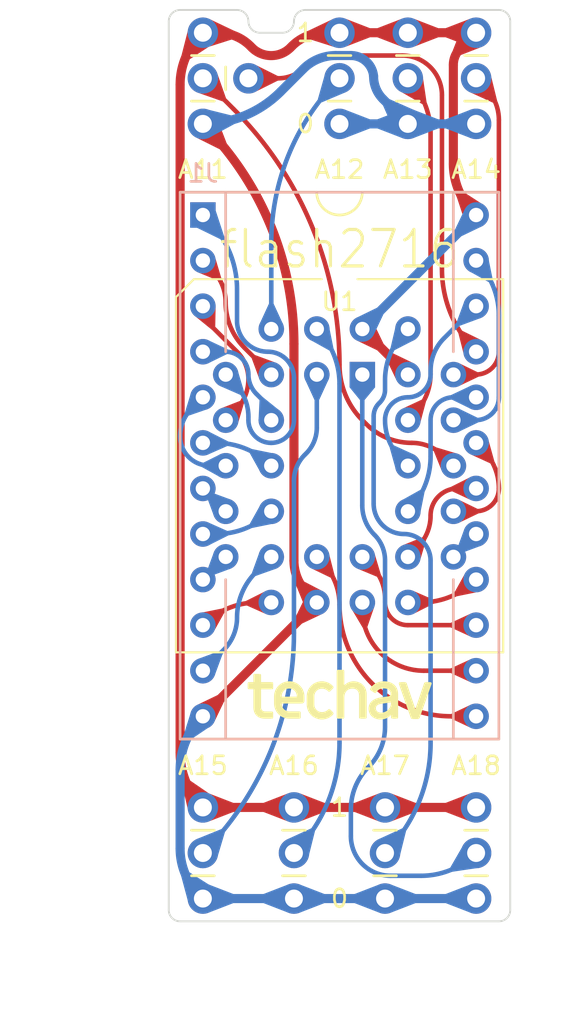
<source format=kicad_pcb>
(kicad_pcb (version 20240108) (generator "pcbnew") (generator_version "8.0")
  (layers (0 "F.Cu" signal) (31 "B.Cu" signal) (34 "B.Paste" user) (35 "F.Paste" user) (36 "B.SilkS" user "B.Silkscreen") (37 "F.SilkS" user "F.Silkscreen") (38 "B.Mask" user) (39 "F.Mask" user) (44 "Edge.Cuts" user))
  (net 0 "")
  (net 1 "/A11")
  (net 2 "VCC")
  (net 3 "/A12")
  (net 4 "GND")
  (net 5 "/A13")
  (net 6 "/A14")
  (net 7 "/A15")
  (net 8 "/A16")
  (net 9 "/A17")
  (net 10 "/A18")
  (net 11 "/D3")
  (net 12 "/A10")
  (net 13 "/A7")
  (net 14 "/A3")
  (net 15 "/A9")
  (net 16 "/D0")
  (net 17 "/D7")
  (net 18 "/D4")
  (net 19 "/A1")
  (net 20 "/A5")
  (net 21 "/D5")
  (net 22 "/A6")
  (net 23 "/~{OE}")
  (net 24 "/D1")
  (net 25 "/A0")
  (net 26 "/~{CE}")
  (net 27 "/D6")
  (net 28 "/A2")
  (net 29 "/A8")
  (net 30 "/A4")
  (net 31 "/D2")
  (net 32 "/BUS-A11")
  (footprint "Connector_PinHeader_2.54mm:PinHeader_1x03_P2.54mm_Vertical" (layer "F.Cu") (at 101.6 66.04)
    (property "Reference" "A11")
    (property "Value" "Jumper_3_Open")
  )
  (footprint "Connector_PinHeader_2.54mm:PinHeader_1x03_P2.54mm_Vertical" (layer "F.Cu") (at 111.76 109.22)
    (property "Reference" "A17")
    (property "Value" "Jumper_3_Open")
  )
  (footprint "Connector_PinHeader_2.54mm:PinHeader_1x01_P2.54mm_Vertical" (layer "F.Cu") (at 104.14 68.58)
    (property "Reference" "JP1" (hide yes))
    (property "Value" "Conn_01x01")
  )
  (footprint "Connector_PinHeader_2.54mm:PinHeader_1x03_P2.54mm_Vertical" (layer "F.Cu") (at 116.84 66.04)
    (property "Reference" "A14")
    (property "Value" "Jumper_3_Open")
  )
  (footprint "Connector_PinHeader_2.54mm:PinHeader_1x03_P2.54mm_Vertical" (layer "F.Cu") (at 116.84 109.22)
    (property "Reference" "A18")
    (property "Value" "Jumper_3_Open")
  )
  (footprint "Connector_PinHeader_2.54mm:PinHeader_1x03_P2.54mm_Vertical" (layer "F.Cu") (at 101.6 109.22)
    (property "Reference" "A15")
    (property "Value" "Jumper_3_Open")
  )
  (footprint "Connector_PinHeader_2.54mm:PinHeader_1x03_P2.54mm_Vertical" (layer "F.Cu") (at 106.68 109.22)
    (property "Reference" "A16")
    (property "Value" "Jumper_3_Open")
  )
  (footprint "Connector_PinHeader_2.54mm:PinHeader_1x03_P2.54mm_Vertical" (layer "F.Cu") (at 113.03 66.04)
    (property "Reference" "A13")
    (property "Value" "Jumper_3_Open")
  )
  (footprint "Package_LCC:PLCC-32_THT-Socket" (layer "F.Cu") (at 110.495 85.095)
    (property "Reference" "U1")
    (property "Value" "SST39SF010")
  )
  (footprint "Connector_PinHeader_2.54mm:PinHeader_1x03_P2.54mm_Vertical" (layer "F.Cu") (at 109.22 66.04)
    (property "Reference" "A12")
    (property "Value" "Jumper_3_Open")
  )
  (footprint "Connector_PinHeader_2.54mm:PinHeader_1x12_P2.54mm_Vertical" (layer "B.Cu") (at 101.6 76.2 180)
    (property "Reference" "J1")
    (property "Value" "Conn_01x12")
  )
  (footprint "Connector_PinHeader_2.54mm:PinHeader_1x12_P2.54mm_Vertical" (layer "B.Cu") (at 116.84 76.2 180)
    (property "Reference" "J2" (hide yes))
    (property "Value" "Conn_01x12")
  )
  (gr_line (start 100.33 74.93) (end 100.33 105.41) (stroke (width 0.15)) (layer "B.SilkS"))
  (gr_line (start 102.87 83.82) (end 102.87 74.93) (stroke (width 0.15)) (layer "B.SilkS"))
  (gr_line (start 118.11 105.41) (end 118.11 74.93) (stroke (width 0.15)) (layer "B.SilkS"))
  (gr_line (start 100.33 74.93) (end 118.11 74.93) (stroke (width 0.15)) (layer "B.SilkS"))
  (gr_line (start 115.57 96.52) (end 115.57 105.41) (stroke (width 0.15)) (layer "B.SilkS"))
  (gr_line (start 115.57 74.93) (end 115.57 83.82) (stroke (width 0.15)) (layer "B.SilkS"))
  (gr_line (start 102.87 105.41) (end 102.87 96.52) (stroke (width 0.15)) (layer "B.SilkS"))
  (gr_line (start 100.33 105.41) (end 118.11 105.41) (stroke (width 0.15)) (layer "B.SilkS"))
  (gr_line (start 102.87 67.945) (end 102.87 69.215) (stroke (width 0.15)) (layer "F.SilkS"))
  (gr_line (start 116.205 69.85) (end 117.475 69.85) (stroke (width 0.15)) (layer "F.SilkS"))
  (gr_line (start 106.045 110.49) (end 107.315 110.49) (stroke (width 0.15)) (layer "F.SilkS"))
  (gr_line (start 110.49 74.93) (end 118.11 74.93) (stroke (width 0.15)) (layer "F.SilkS"))
  (gr_line (start 116.205 113.03) (end 117.475 113.03) (stroke (width 0.15)) (layer "F.SilkS"))
  (gr_arc (start 110.49 74.93) (mid 109.22 76.2) (end 107.95 74.93) (stroke (width 0.15)) (layer "F.SilkS"))
  (gr_line (start 108.585 69.85) (end 109.855 69.85) (stroke (width 0.15)) (layer "F.SilkS"))
  (gr_line (start 100.965 110.49) (end 102.235 110.49) (stroke (width 0.15)) (layer "F.SilkS"))
  (gr_line (start 100.965 113.03) (end 102.235 113.03) (stroke (width 0.15)) (layer "F.SilkS"))
  (gr_line (start 116.205 110.49) (end 117.475 110.49) (stroke (width 0.15)) (layer "F.SilkS"))
  (gr_line (start 100.33 74.93) (end 107.95 74.93) (stroke (width 0.15)) (layer "F.SilkS"))
  (gr_poly (pts (xy 108.281772 102.189718) (xy 108.325966 102.193182) (xy 108.369733 102.198917) (xy 108.412984 102.206892) (xy 108.455631 102.217075) (xy 108.497585 102.229436) (xy 108.538758 102.243943) (xy 108.57906 102.260565) (xy 108.618405 102.27927) (xy 108.656702 102.300028) (xy 108.693864 102.322807) (xy 108.729801 102.347576) (xy 108.764426 102.374303) (xy 108.79765 102.402958) (xy 108.829384 102.433508) (xy 108.85954 102.465924) (xy 108.862749 102.469298) (xy 108.865714 102.472744) (xy 108.868439 102.476253) (xy 108.87093 102.479815) (xy 108.873191 102.483417) (xy 108.875229 102.487052) (xy 108.877048 102.490707) (xy 108.878653 102.494372) (xy 108.88005 102.498037) (xy 108.881244 102.501692) (xy 108.882239 102.505326) (xy 108.883043 102.508929) (xy 108.883658 102.512491) (xy 108.884091 102.516) (xy 108.884347 102.519446) (xy 108.884432 102.52282) (xy 108.884267 102.527525) (xy 108.883786 102.532293) (xy 108.883002 102.537103) (xy 108.881931 102.541933) (xy 108.88059 102.546764) (xy 108.878993 102.551574) (xy 108.877157 102.556342) (xy 108.875097 102.561047) (xy 108.872829 102.565669) (xy 108.870367 102.570187) (xy 108.867729 102.57458) (xy 108.864929 102.578827) (xy 108.861983 102.582907) (xy 108.858908 102.5868) (xy 108.855717 102.590485) (xy 108.852428 102.59394) (xy 108.699519 102.746848) (xy 108.696185 102.750058) (xy 108.692845 102.753022) (xy 108.689495 102.755748) (xy 108.686129 102.758238) (xy 108.682742 102.7605) (xy 108.67933 102.762538) (xy 108.675886 102.764356) (xy 108.672405 102.765962) (xy 108.668883 102.767358) (xy 108.665314 102.768552) (xy 108.661693 102.769548) (xy 108.658015 102.770351) (xy 108.654274 102.770967) (xy 108.650465 102.7714) (xy 108.646583 102.771656) (xy 108.642624 102.77174) (xy 108.638624 102.771615) (xy 108.63463 102.77124) (xy 108.630646 102.770615) (xy 108.626677 102.76974) (xy 108.62273 102.768615) (xy 108.618808 102.76724) (xy 108.614918 102.765614) (xy 108.611064 102.763739) (xy 108.607252 102.761614) (xy 108.603487 102.759239) (xy 108.599773 102.756613) (xy 108.596118 102.753738) (xy 108.592524 102.750612) (xy 108.588999 102.747237) (xy 108.585546 102.743612) (xy 108.582172 102.739736) (xy 108.56521 102.723528) (xy 108.54766 102.708253) (xy 108.529516 102.693926) (xy 108.510774 102.680562) (xy 108.491427 102.668178) (xy 108.47147 102.656788) (xy 108.450899 102.646409) (xy 108.429708 102.637057) (xy 108.407892 102.628746) (xy 108.385446 102.621492) (xy 108.362364 102.615312) (xy 108.338641 102.61022) (xy 108.314273 102.606233) (xy 108.289253 102.603365) (xy 108.263577 102.601633) (xy 108.23724 102.601052) (xy 108.2157 102.6016) (xy 108.194437 102.603225) (xy 108.173477 102.605901) (xy 108.152847 102.609602) (xy 108.132574 102.6143) (xy 108.112685 102.619969) (xy 108.093206 102.626582) (xy 108.074164 102.634112) (xy 108.055585 102.642533) (xy 108.037497 102.651818) (xy 108.019926 102.661941) (xy 108.002898 102.672874) (xy 107.986441 102.684591) (xy 107.970581 102.697065) (xy 107.955344 102.71027) (xy 107.940758 102.724179) (xy 107.92685 102.738765) (xy 107.913645 102.754001) (xy 107.90117 102.769861) (xy 107.889453 102.786318) (xy 107.87852 102.803346) (xy 107.868398 102.820917) (xy 107.859113 102.839006) (xy 107.850691 102.857584) (xy 107.843161 102.876626) (xy 107.836548 102.896105) (xy 107.830879 102.915995) (xy 107.826181 102.936268) (xy 107.822481 102.956897) (xy 107.819805 102.977857) (xy 107.818179 102.99912) (xy 107.817632 103.02066) (xy 107.817632 103.486496) (xy 107.818179 103.508036) (xy 107.819805 103.529299) (xy 107.822481 103.550259) (xy 107.826181 103.570889) (xy 107.830879 103.591161) (xy 107.836548 103.611051) (xy 107.843161 103.63053) (xy 107.850691 103.649572) (xy 107.859113 103.668151) (xy 107.868398 103.686239) (xy 107.87852 103.70381) (xy 107.889453 103.720838) (xy 107.90117 103.737295) (xy 107.913645 103.753155) (xy 107.92685 103.768392) (xy 107.940758 103.782978) (xy 107.955344 103.796886) (xy 107.970581 103.810091) (xy 107.986441 103.822566) (xy 108.002898 103.834283) (xy 108.019926 103.845216) (xy 108.037497 103.855338) (xy 108.055585 103.864623) (xy 108.074164 103.873044) (xy 108.093206 103.880575) (xy 108.112685 103.887188) (xy 108.132574 103.892856) (xy 108.152847 103.897554) (xy 108.173477 103.901255) (xy 108.194437 103.903931) (xy 108.2157 103.905556) (xy 108.23724 103.906104) (xy 108.263577 103.905523) (xy 108.289253 103.903791) (xy 108.314273 103.900924) (xy 108.338641 103.896936) (xy 108.362364 103.891844) (xy 108.385446 103.885664) (xy 108.407892 103.87841) (xy 108.429708 103.8701) (xy 108.450899 103.860747) (xy 108.47147 103.850368) (xy 108.491427 103.838978) (xy 108.510774 103.826594) (xy 108.529517 103.81323) (xy 108.54766 103.798903) (xy 108.56521 103.783628) (xy 108.582172 103.76742) (xy 108.585546 103.763545) (xy 108.588999 103.759919) (xy 108.592525 103.756544) (xy 108.596118 103.753418) (xy 108.599774 103.750543) (xy 108.603487 103.747918) (xy 108.607252 103.745542) (xy 108.611064 103.743417) (xy 108.614918 103.741542) (xy 108.618808 103.739917) (xy 108.62273 103.738541) (xy 108.626677 103.737416) (xy 108.630646 103.736541) (xy 108.63463 103.735916) (xy 108.638624 103.735541) (xy 108.642624 103.735416) (xy 108.646583 103.7355) (xy 108.650465 103.735756) (xy 108.654273 103.73619) (xy 108.658014 103.736805) (xy 108.661693 103.737608) (xy 108.665314 103.738604) (xy 108.668883 103.739798) (xy 108.672405 103.741194) (xy 108.675885 103.7428) (xy 108.679329 103.744618) (xy 108.682742 103.746656) (xy 108.686129 103.748918) (xy 108.689495 103.751408) (xy 108.692845 103.754134) (xy 108.696185 103.757098) (xy 108.699519 103.760308) (xy 108.852428 103.913216) (xy 108.855717 103.916671) (xy 108.858908 103.920356) (xy 108.861983 103.924248) (xy 108.864929 103.928329) (xy 108.867729 103.932576) (xy 108.870367 103.936969) (xy 108.872829 103.941487) (xy 108.875097 103.946109) (xy 108.877157 103.950814) (xy 108.878993 103.955582) (xy 108.88059 103.960392) (xy 108.881931 103.965222) (xy 108.883002 103.970053) (xy 108.883786 103.974862) (xy 108.884267 103.97963) (xy 108.884432 103.984336) (xy 108.884347 103.987709) (xy 108.884091 103.991156) (xy 108.883658 103.994665) (xy 108.883043 103.998226) (xy 108.882239 104.001829) (xy 108.881244 104.005463) (xy 108.88005 104.009118) (xy 108.878653 104.012784) (xy 108.877048 104.016449) (xy 108.875229 104.020104) (xy 108.873191 104.023738) (xy 108.87093 104.027341) (xy 108.868439 104.030902) (xy 108.865714 104.034412) (xy 108.862749 104.037858) (xy 108.85954 104.041232) (xy 108.829384 104.073647) (xy 108.79765 104.104198) (xy 108.764426 104.132853) (xy 108.729801 104.15958) (xy 108.693864 104.184349) (xy 108.656702 104.207128) (xy 108.618405 104.227885) (xy 108.57906 104.246591) (xy 108.538758 104.263213) (xy 108.497585 104.27772) (xy 108.455631 104.290081) (xy 108.412984 104.300264) (xy 108.369733 104.308239) (xy 108.325966 104.313974) (xy 108.281772 104.317438) (xy 108.23724 104.3186) (xy 108.193514 104.317504) (xy 108.150382 104.314251) (xy 108.107896 104.308893) (xy 108.066107 104.30148) (xy 108.025069 104.292064) (xy 107.984833 104.280697) (xy 107.945452 104.267429) (xy 107.906976 104.252314) (xy 107.86946 104.235401) (xy 107.832953 104.216742) (xy 107.79751 104.19639) (xy 107.763181 104.174394) (xy 107.730019 104.150808) (xy 107.698075 104.125681) (xy 107.667403 104.099066) (xy 107.638054 104.071013) (xy 107.61008 104.041576) (xy 107.583533 104.010804) (xy 107.558466 103.978749) (xy 107.53493 103.945463) (xy 107.512978 103.910997) (xy 107.492661 103.875403) (xy 107.474032 103.838732) (xy 107.457142 103.801035) (xy 107.442045 103.762365) (xy 107.428792 103.722771) (xy 107.417434 103.682307) (xy 107.408025 103.641022) (xy 107.400616 103.59897) (xy 107.39526 103.5562) (xy 107.392008 103.512765) (xy 107.390912 103.468716) (xy 107.390912 103.03844) (xy 107.392008 102.994391) (xy 107.39526 102.950956) (xy 107.400616 102.908186) (xy 107.408025 102.866134) (xy 107.417434 102.824849) (xy 107.428792 102.784385) (xy 107.442045 102.744791) (xy 107.457142 102.706121) (xy 107.474032 102.668424) (xy 107.492661 102.631753) (xy 107.512978 102.596159) (xy 107.53493 102.561693) (xy 107.558466 102.528407) (xy 107.583533 102.496352) (xy 107.61008 102.46558) (xy 107.638054 102.436142) (xy 107.667403 102.40809) (xy 107.698075 102.381475) (xy 107.730019 102.356348) (xy 107.763181 102.332761) (xy 107.79751 102.310766) (xy 107.832953 102.290413) (xy 107.86946 102.271755) (xy 107.906976 102.254842) (xy 107.945452 102.239726) (xy 107.984833 102.226459) (xy 108.025069 102.215092) (xy 108.066107 102.205676) (xy 108.107896 102.198263) (xy 108.150382 102.192905) (xy 108.193514 102.189652) (xy 108.23724 102.188556)) (stroke (width -0.000001)) (fill solid) (layer "F.SilkS"))
  (gr_line (start 111.125 110.49) (end 112.395 110.49) (stroke (width 0.15)) (layer "F.SilkS"))
  (gr_poly (pts (xy 106.460744 102.189652) (xy 106.503876 102.192905) (xy 106.546362 102.198263) (xy 106.588151 102.205676) (xy 106.629189 102.215092) (xy 106.669425 102.226459) (xy 106.708806 102.239726) (xy 106.747282 102.254842) (xy 106.784798 102.271755) (xy 106.821305 102.290413) (xy 106.856748 102.310766) (xy 106.891077 102.332761) (xy 106.92424 102.356348) (xy 106.956183 102.381475) (xy 106.986855 102.40809) (xy 107.016204 102.436142) (xy 107.044178 102.46558) (xy 107.070725 102.496352) (xy 107.095792 102.528407) (xy 107.119328 102.561693) (xy 107.141281 102.596159) (xy 107.161597 102.631753) (xy 107.180226 102.668424) (xy 107.197116 102.706121) (xy 107.212213 102.744791) (xy 107.225466 102.784385) (xy 107.236824 102.824849) (xy 107.246233 102.866134) (xy 107.253642 102.908186) (xy 107.258998 102.950956) (xy 107.262251 102.994391) (xy 107.263346 103.03844) (xy 107.263346 103.276692) (xy 107.26315 103.284639) (xy 107.262567 103.292473) (xy 107.261606 103.300185) (xy 107.260276 103.307765) (xy 107.258588 103.315205) (xy 107.256548 103.322494) (xy 107.254168 103.329625) (xy 107.251456 103.336588) (xy 107.24842 103.343374) (xy 107.245071 103.349974) (xy 107.241417 103.356378) (xy 107.237468 103.362578) (xy 107.233232 103.368564) (xy 107.228719 103.374327) (xy 107.223937 103.379859) (xy 107.218896 103.38515) (xy 107.213605 103.390191) (xy 107.208074 103.394972) (xy 107.20231 103.399486) (xy 107.196324 103.403722) (xy 107.190124 103.407671) (xy 107.18372 103.411325) (xy 107.17712 103.414674) (xy 107.170335 103.417709) (xy 107.163372 103.420422) (xy 107.156241 103.422802) (xy 107.148951 103.424841) (xy 107.141512 103.42653) (xy 107.133931 103.427859) (xy 107.12622 103.42882) (xy 107.118386 103.429403) (xy 107.110438 103.4296) (xy 105.99741 103.4296) (xy 105.99741 103.44738) (xy 105.997958 103.46892) (xy 105.999584 103.490183) (xy 106.00226 103.511143) (xy 106.00596 103.531772) (xy 106.010658 103.552045) (xy 106.016327 103.571935) (xy 106.02294 103.591414) (xy 106.03047 103.610456) (xy 106.038891 103.629034) (xy 106.048176 103.647123) (xy 106.058299 103.664694) (xy 106.069232 103.681722) (xy 106.080949 103.698179) (xy 106.093423 103.714039) (xy 106.106628 103.729275) (xy 106.120537 103.743861) (xy 106.135123 103.75777) (xy 106.150359 103.770975) (xy 106.166219 103.783449) (xy 106.182677 103.795166) (xy 106.199704 103.8061) (xy 106.217276 103.816222) (xy 106.235364 103.825507) (xy 106.253942 103.833928) (xy 106.272985 103.841459) (xy 106.292464 103.848071) (xy 106.312353 103.85374) (xy 106.332626 103.858438) (xy 106.353256 103.862139) (xy 106.374215 103.864815) (xy 106.395478 103.86644) (xy 106.417018 103.866988) (xy 106.982422 103.866988) (xy 106.986391 103.867081) (xy 106.990293 103.867358) (xy 106.994125 103.867814) (xy 106.997883 103.868446) (xy 107.001562 103.86925) (xy 107.00516 103.870223) (xy 107.008671 103.871359) (xy 107.012093 103.872655) (xy 107.015421 103.874108) (xy 107.018651 103.875713) (xy 107.02178 103.877466) (xy 107.024803 103.879364) (xy 107.027717 103.881403) (xy 107.030517 103.883578) (xy 107.0332 103.885887) (xy 107.035762 103.888324) (xy 107.0382 103.890886) (xy 107.040508 103.893569) (xy 107.042683 103.89637) (xy 107.044722 103.899283) (xy 107.04662 103.902307) (xy 107.048373 103.905435) (xy 107.049978 103.908666) (xy 107.051431 103.911993) (xy 107.052727 103.915415) (xy 107.053864 103.918927) (xy 107.054836 103.922524) (xy 107.05564 103.926204) (xy 107.056272 103.929961) (xy 107.056729 103.933793) (xy 107.057005 103.937695) (xy 107.057098 103.941664) (xy 107.057098 104.197696) (xy 107.057005 104.201664) (xy 107.056729 104.205567) (xy 107.056272 104.209398) (xy 107.05564 104.213156) (xy 107.054836 104.216836) (xy 107.053864 104.220433) (xy 107.052727 104.223945) (xy 107.051431 104.227366) (xy 107.049978 104.230694) (xy 107.048373 104.233924) (xy 107.04662 104.237053) (xy 107.044722 104.240076) (xy 107.042683 104.24299) (xy 107.040508 104.24579) (xy 107.0382 104.248474) (xy 107.035762 104.251036) (xy 107.0332 104.253473) (xy 107.030517 104.255781) (xy 107.027717 104.257957) (xy 107.024803 104.259995) (xy 107.02178 104.261893) (xy 107.018651 104.263647) (xy 107.015421 104.265252) (xy 107.012093 104.266704) (xy 107.008671 104.268001) (xy 107.00516 104.269137) (xy 107.001562 104.270109) (xy 106.997883 104.270913) (xy 106.994125 104.271545) (xy 106.990293 104.272002) (xy 106.986391 104.272279) (xy 106.982422 104.272372) (xy 106.417019 104.272372) (xy 106.417018 104.272372) (xy 106.373292 104.271276) (xy 106.33016 104.268023) (xy 106.287674 104.262665) (xy 106.245886 104.255252) (xy 106.204848 104.245836) (xy 106.164612 104.234469) (xy 106.12523 104.221202) (xy 106.086755 104.206086) (xy 106.049238 104.189173) (xy 106.012732 104.170515) (xy 105.977288 104.150162) (xy 105.942959 104.128166) (xy 105.909797 104.10458) (xy 105.877854 104.079453) (xy 105.847181 104.052838) (xy 105.817832 104.024786) (xy 105.789858 103.995348) (xy 105.763312 103.964576) (xy 105.738244 103.932521) (xy 105.714708 103.899235) (xy 105.692756 103.864769) (xy 105.672439 103.829175) (xy 105.65381 103.792504) (xy 105.636921 103.754807) (xy 105.621823 103.716137) (xy 105.60857 103.676543) (xy 105.597213 103.636079) (xy 105.587804 103.594794) (xy 105.580395 103.552742) (xy 105.575038 103.509972) (xy 105.571786 103.466537) (xy 105.57069 103.422488) (xy 105.57069 103.03844) (xy 105.571309 103.013548) (xy 105.997411 103.013548) (xy 105.997411 103.045552) (xy 106.836627 103.045552) (xy 106.836627 103.013548) (xy 106.836079 102.992008) (xy 106.834454 102.970745) (xy 106.831777 102.949785) (xy 106.828077 102.929155) (xy 106.823379 102.908882) (xy 106.81771 102.888993) (xy 106.811097 102.869514) (xy 106.803567 102.850472) (xy 106.795146 102.831893) (xy 106.785861 102.813805) (xy 106.775738 102.796234) (xy 106.764805 102.779206) (xy 106.753088 102.762749) (xy 106.740614 102.746889) (xy 106.727409 102.731652) (xy 106.7135 102.717066) (xy 106.698914 102.703158) (xy 106.683678 102.689953) (xy 106.667818 102.677478) (xy 106.65136 102.665761) (xy 106.634333 102.654828) (xy 106.616761 102.644706) (xy 106.598673 102.635421) (xy 106.580095 102.627) (xy 106.561052 102.619469) (xy 106.541573 102.612856) (xy 106.521684 102.607188) (xy 106.501411 102.60249) (xy 106.480781 102.598789) (xy 106.459822 102.596113) (xy 106.438559 102.594488) (xy 106.417019 102.59394) (xy 106.395479 102.594488) (xy 106.374216 102.596113) (xy 106.353256 102.598789) (xy 106.332626 102.60249) (xy 106.312353 102.607188) (xy 106.292464 102.612856) (xy 106.272985 102.619469) (xy 106.253943 102.627) (xy 106.235364 102.635421) (xy 106.217276 102.644706) (xy 106.199705 102.654828) (xy 106.182677 102.665761) (xy 106.16622 102.677478) (xy 106.15036 102.689953) (xy 106.135123 102.703158) (xy 106.120537 102.717066) (xy 106.106628 102.731652) (xy 106.093424 102.746889) (xy 106.080949 102.762749) (xy 106.069232 102.779206) (xy 106.058299 102.796234) (xy 106.048177 102.813805) (xy 106.038892 102.831893) (xy 106.03047 102.850472) (xy 106.02294 102.869514) (xy 106.016327 102.888993) (xy 106.010658 102.908882) (xy 106.00596 102.929155) (xy 106.00226 102.949785) (xy 105.999584 102.970745) (xy 105.997958 102.992008) (xy 105.997411 103.013548) (xy 105.571309 103.013548) (xy 105.571786 102.994391) (xy 105.575038 102.950956) (xy 105.580395 102.908186) (xy 105.587804 102.866134) (xy 105.597213 102.824849) (xy 105.60857 102.784385) (xy 105.621823 102.744791) (xy 105.636921 102.706121) (xy 105.65381 102.668424) (xy 105.672439 102.631753) (xy 105.692756 102.596159) (xy 105.714708 102.561693) (xy 105.738244 102.528407) (xy 105.763312 102.496352) (xy 105.789858 102.46558) (xy 105.817832 102.436142) (xy 105.847181 102.40809) (xy 105.877854 102.381475) (xy 105.909797 102.356348) (xy 105.942959 102.332761) (xy 105.977288 102.310766) (xy 106.012732 102.290413) (xy 106.049238 102.271755) (xy 106.086755 102.254842) (xy 106.12523 102.239726) (xy 106.164612 102.226459) (xy 106.204848 102.215092) (xy 106.245886 102.205676) (xy 106.287674 102.198263) (xy 106.33016 102.192905) (xy 106.373292 102.189652) (xy 106.417018 102.188556)) (stroke (width -0.000001)) (fill solid) (layer "F.SilkS"))
  (gr_line (start 112.395 69.85) (end 113.665 69.85) (stroke (width 0.15)) (layer "F.SilkS"))
  (gr_line (start 108.585 67.31) (end 109.855 67.31) (stroke (width 0.15)) (layer "F.SilkS"))
  (gr_poly (pts (xy 114.275393 102.234887) (xy 114.280234 102.235194) (xy 114.284964 102.235701) (xy 114.28958 102.236402) (xy 114.294079 102.237293) (xy 114.298457 102.23837) (xy 114.302712 102.239628) (xy 114.306839 102.241062) (xy 114.310836 102.242669) (xy 114.3147 102.244442) (xy 114.318428 102.246379) (xy 114.322015 102.248473) (xy 114.325459 102.250721) (xy 114.328756 102.253119) (xy 114.331904 102.25566) (xy 114.334898 102.258342) (xy 114.337737 102.26116) (xy 114.340415 102.264108) (xy 114.342931 102.267182) (xy 114.345281 102.270379) (xy 114.347462 102.273692) (xy 114.34947 102.277118) (xy 114.351303 102.280652) (xy 114.352956 102.28429) (xy 114.354427 102.288027) (xy 114.355712 102.291858) (xy 114.356809 102.295779) (xy 114.357714 102.299785) (xy 114.358423 102.303872) (xy 114.358933 102.308035) (xy 114.359242 102.31227) (xy 114.359346 102.316572) (xy 114.359305 102.318572) (xy 114.359186 102.320572) (xy 114.358994 102.322573) (xy 114.358735 102.324573) (xy 114.358412 102.326573) (xy 114.358033 102.328573) (xy 114.357602 102.330574) (xy 114.357123 102.332574) (xy 114.356047 102.336574) (xy 114.354845 102.340575) (xy 114.352234 102.348576) (xy 113.694375 104.219032) (xy 113.690753 104.227528) (xy 113.686575 104.235666) (xy 113.681865 104.243418) (xy 113.67665 104.250758) (xy 113.670956 104.257661) (xy 113.664808 104.2641) (xy 113.658234 104.270049) (xy 113.651258 104.275483) (xy 113.643907 104.280375) (xy 113.636208 104.2847) (xy 113.628185 104.28843) (xy 113.619865 104.291541) (xy 113.611275 104.294005) (xy 113.602439 104.295798) (xy 113.593385 104.296893) (xy 113.588784 104.29717) (xy 113.584139 104.297264) (xy 113.303213 104.293708) (xy 113.293966 104.293416) (xy 113.289413 104.293051) (xy 113.284912 104.292541) (xy 113.280465 104.291884) (xy 113.276076 104.291082) (xy 113.271749 104.290134) (xy 113.267486 104.28904) (xy 113.263291 104.287801) (xy 113.259166 104.286415) (xy 113.255116 104.284884) (xy 113.251144 104.283206) (xy 113.247252 104.281383) (xy 113.243444 104.279414) (xy 113.239723 104.277299) (xy 113.236093 104.275039) (xy 113.232557 104.272632) (xy 113.229117 104.27008) (xy 113.225778 104.267381) (xy 113.222543 104.264537) (xy 113.219414 104.261547) (xy 113.216395 104.258412) (xy 113.21349 104.25513) (xy 113.210701 104.251702) (xy 113.208032 104.248129) (xy 113.205486 104.24441) (xy 113.203066 104.240545) (xy 113.200776 104.236534) (xy 113.198619 104.232377) (xy 113.196598 104.228074) (xy 113.194716 104.223626) (xy 113.192977 104.219032) (xy 112.535118 102.348576) (xy 112.532506 102.340575) (xy 112.531304 102.336574) (xy 112.530228 102.332574) (xy 112.52975 102.330574) (xy 112.529318 102.328573) (xy 112.528939 102.326573) (xy 112.528617 102.324573) (xy 112.528357 102.322573) (xy 112.528165 102.320572) (xy 112.528046 102.318572) (xy 112.528005 102.316572) (xy 112.528109 102.31227) (xy 112.528418 102.308035) (xy 112.528928 102.303872) (xy 112.529638 102.299785) (xy 112.530542 102.295779) (xy 112.531639 102.291858) (xy 112.532924 102.288027) (xy 112.534395 102.28429) (xy 112.536048 102.280652) (xy 112.537881 102.277118) (xy 112.539889 102.273692) (xy 112.54207 102.270379) (xy 112.54442 102.267182) (xy 112.546936 102.264108) (xy 112.549614 102.26116) (xy 112.552453 102.258342) (xy 112.555447 102.255661) (xy 112.558595 102.253119) (xy 112.561892 102.250721) (xy 112.565336 102.248473) (xy 112.568923 102.246379) (xy 112.572651 102.244442) (xy 112.576514 102.242669) (xy 112.580512 102.241063) (xy 112.584639 102.239628) (xy 112.588894 102.23837) (xy 112.593272 102.237294) (xy 112.597771 102.236402) (xy 112.602387 102.235701) (xy 112.607117 102.235195) (xy 112.611957 102.234887) (xy 112.616905 102.234784) (xy 112.865825 102.234784) (xy 112.870471 102.234877) (xy 112.875071 102.235155) (xy 112.879622 102.235613) (xy 112.884119 102.236249) (xy 112.888559 102.23706) (xy 112.892938 102.238042) (xy 112.897252 102.239192) (xy 112.901496 102.240507) (xy 112.905668 102.241983) (xy 112.909763 102.243618) (xy 112.913777 102.245407) (xy 112.917707 102.247348) (xy 112.921548 102.249438) (xy 112.925296 102.251672) (xy 112.928948 102.254049) (xy 112.9325 102.256564) (xy 112.935948 102.259215) (xy 112.939287 102.261998) (xy 112.942515 102.26491) (xy 112.945627 102.267948) (xy 112.948619 102.271108) (xy 112.951487 102.274387) (xy 112.954227 102.277782) (xy 112.956836 102.28129) (xy 112.95931 102.284907) (xy 112.961644 102.28863) (xy 112.963835 102.292456) (xy 112.965879 102.296382) (xy 112.967772 102.300404) (xy 112.96951 102.304519) (xy 112.971089 102.308724) (xy 112.972505 102.313016) (xy 113.452565 103.742528) (xy 113.932625 102.313016) (xy 113.93562 102.304519) (xy 113.939251 102.296382) (xy 113.943486 102.28863) (xy 113.948294 102.28129) (xy 113.953643 102.274387) (xy 113.959504 102.267948) (xy 113.965843 102.261998) (xy 113.97263 102.256564) (xy 113.979834 102.251672) (xy 113.987424 102.247348) (xy 113.995368 102.243617) (xy 114.003634 102.240507) (xy 114.012193 102.238042) (xy 114.021011 102.236249) (xy 114.030059 102.235155) (xy 114.034659 102.234877) (xy 114.039305 102.234784) (xy 114.270445 102.234784)) (stroke (width -0.000001)) (fill solid) (layer "F.SilkS"))
  (gr_poly (pts (xy 109.417802 101.548569) (xy 109.421705 101.548846) (xy 109.425537 101.549302) (xy 109.429294 101.549935) (xy 109.432974 101.550739) (xy 109.436571 101.551711) (xy 109.440083 101.552847) (xy 109.443504 101.554143) (xy 109.446832 101.555596) (xy 109.450062 101.557201) (xy 109.453191 101.558955) (xy 109.456214 101.560853) (xy 109.459128 101.562891) (xy 109.461929 101.565067) (xy 109.464612 101.567375) (xy 109.467174 101.569812) (xy 109.469611 101.572374) (xy 109.471919 101.575058) (xy 109.474095 101.577858) (xy 109.476133 101.580772) (xy 109.478032 101.583795) (xy 109.479785 101.586924) (xy 109.48139 101.590154) (xy 109.482843 101.593482) (xy 109.484139 101.596903) (xy 109.485275 101.600415) (xy 109.486247 101.604012) (xy 109.487052 101.607692) (xy 109.487684 101.611449) (xy 109.48814 101.615281) (xy 109.488417 101.619184) (xy 109.48851 101.623152) (xy 109.48851 102.409028) (xy 109.514379 102.384284) (xy 109.541274 102.360758) (xy 109.569137 102.338504) (xy 109.597913 102.317572) (xy 109.627542 102.298016) (xy 109.657969 102.279887) (xy 109.689135 102.263237) (xy 109.720983 102.248119) (xy 109.753457 102.234584) (xy 109.786499 102.222685) (xy 109.820051 102.212474) (xy 109.854056 102.204002) (xy 109.888457 102.197323) (xy 109.923196 102.192487) (xy 109.958217 102.189547) (xy 109.993462 102.188556) (xy 110.034702 102.189437) (xy 110.07506 102.192059) (xy 110.114508 102.196394) (xy 110.153017 102.202412) (xy 110.19056 102.210084) (xy 110.227109 102.21938) (xy 110.262635 102.230272) (xy 110.297111 102.242729) (xy 110.330509 102.256724) (xy 110.362801 102.272225) (xy 110.393958 102.289205) (xy 110.423954 102.307633) (xy 110.452759 102.327481) (xy 110.480345 102.348719) (xy 110.506686 102.371318) (xy 110.531752 102.395248) (xy 110.555516 102.420481) (xy 110.577949 102.446987) (xy 110.599025 102.474736) (xy 110.618714 102.503699) (xy 110.636989 102.533848) (xy 110.653822 102.565152) (xy 110.669184 102.597583) (xy 110.683048 102.631111) (xy 110.695386 102.665707) (xy 110.70617 102.701341) (xy 110.715372 102.737985) (xy 110.722963 102.775608) (xy 110.728916 102.814183) (xy 110.733203 102.853678) (xy 110.735796 102.894066) (xy 110.736666 102.935316) (xy 110.736666 104.197696) (xy 110.736573 104.201664) (xy 110.736296 104.205567) (xy 110.73584 104.209398) (xy 110.735208 104.213156) (xy 110.734404 104.216836) (xy 110.733431 104.220433) (xy 110.732295 104.223945) (xy 110.730999 104.227366) (xy 110.729546 104.230694) (xy 110.727941 104.233924) (xy 110.726188 104.237053) (xy 110.72429 104.240076) (xy 110.722251 104.24299) (xy 110.720075 104.24579) (xy 110.717767 104.248474) (xy 110.71533 104.251036) (xy 110.712768 104.253473) (xy 110.710085 104.255781) (xy 110.707284 104.257957) (xy 110.70437 104.259995) (xy 110.701347 104.261893) (xy 110.698218 104.263647) (xy 110.694988 104.265252) (xy 110.69166 104.266704) (xy 110.688239 104.268001) (xy 110.684727 104.269137) (xy 110.68113 104.270109) (xy 110.67745 104.270913) (xy 110.673693 104.271545) (xy 110.669861 104.272002) (xy 110.665959 104.272279) (xy 110.66199 104.272372) (xy 110.384622 104.272372) (xy 110.380653 104.272279) (xy 110.376751 104.272002) (xy 110.372919 104.271545) (xy 110.369161 104.270913) (xy 110.365482 104.270109) (xy 110.361885 104.269137) (xy 110.358373 104.268001) (xy 110.354951 104.266704) (xy 110.351623 104.265252) (xy 110.348393 104.263647) (xy 110.345265 104.261893) (xy 110.342241 104.259995) (xy 110.339328 104.257957) (xy 110.336527 104.255781) (xy 110.333844 104.253473) (xy 110.331282 104.251036) (xy 110.328844 104.248474) (xy 110.326536 104.24579) (xy 110.324361 104.24299) (xy 110.322322 104.240076) (xy 110.320424 104.237053) (xy 110.318671 104.233924) (xy 110.317066 104.230694) (xy 110.315613 104.227366) (xy 110.314317 104.223945) (xy 110.31318 104.220433) (xy 110.312208 104.216836) (xy 110.311404 104.213156) (xy 110.310772 104.209398) (xy 110.310315 104.205567) (xy 110.310039 104.201664) (xy 110.309946 104.197696) (xy 110.309946 102.988656) (xy 110.309561 102.965633) (xy 110.308411 102.943242) (xy 110.3065 102.921489) (xy 110.303834 102.900381) (xy 110.300418 102.879924) (xy 110.296256 102.860124) (xy 110.291356 102.840989) (xy 110.28572 102.822524) (xy 110.279356 102.804736) (xy 110.272267 102.787632) (xy 110.26446 102.771219) (xy 110.255939 102.755502) (xy 110.246709 102.740488) (xy 110.236777 102.726184) (xy 110.226146 102.712596) (xy 110.214823 102.699731) (xy 110.202812 102.687595) (xy 110.190118 102.676195) (xy 110.176748 102.665537) (xy 110.162705 102.655628) (xy 110.147996 102.646474) (xy 110.132625 102.638083) (xy 110.116598 102.630459) (xy 110.099919 102.62361) (xy 110.082595 102.617543) (xy 110.06463 102.612263) (xy 110.04603 102.607778) (xy 110.026799 102.604094) (xy 110.006943 102.601217) (xy 109.986468 102.599154) (xy 109.965377 102.597912) (xy 109.943678 102.597496) (xy 109.917656 102.598067) (xy 109.892271 102.59977) (xy 109.867536 102.602591) (xy 109.843464 102.606518) (xy 109.820066 102.611536) (xy 109.797355 102.617631) (xy 109.775343 102.624791) (xy 109.754043 102.633) (xy 109.733467 102.642247) (xy 109.713627 102.652516) (xy 109.694536 102.663794) (xy 109.676207 102.676068) (xy 109.65865 102.689324) (xy 109.64188 102.703548) (xy 109.625908 102.718727) (xy 109.610747 102.734846) (xy 109.596409 102.751893) (xy 109.582906 102.769853) (xy 109.570251 102.788713) (xy 109.558456 102.80846) (xy 109.547533 102.829079) (xy 109.537496 102.850556) (xy 109.528355 102.872879) (xy 109.520125 102.896033) (xy 109.512816 102.920005) (xy 109.506441 102.944781) (xy 109.501014 102.970348) (xy 109.496545 102.996692) (xy 109.493048 103.023798) (xy 109.490535 103.051654) (xy 109.489018 103.080246) (xy 109.488509 103.10956) (xy 109.488509 104.197696) (xy 109.488416 104.201664) (xy 109.48814 104.205567) (xy 109.487683 104.209398) (xy 109.487051 104.213156) (xy 109.486247 104.216836) (xy 109.485275 104.220433) (xy 109.484138 104.223945) (xy 109.482842 104.227366) (xy 109.481389 104.230694) (xy 109.479784 104.233924) (xy 109.478031 104.237053) (xy 109.476133 104.240076) (xy 109.474094 104.24299) (xy 109.471919 104.24579) (xy 109.46961 104.248474) (xy 109.467173 104.251036) (xy 109.464611 104.253473) (xy 109.461928 104.255781) (xy 109.459127 104.257957) (xy 109.456214 104.259995) (xy 109.45319 104.261893) (xy 109.450062 104.263647) (xy 109.446831 104.265252) (xy 109.443504 104.266704) (xy 109.440082 104.268001) (xy 109.43657 104.269137) (xy 109.432973 104.270109) (xy 109.429293 104.270913) (xy 109.425536 104.271545) (xy 109.421704 104.272002) (xy 109.417802 104.272279) (xy 109.413833 104.272372) (xy 109.136465 104.272372) (xy 109.136466 104.272372) (xy 109.132497 104.272279) (xy 109.128595 104.272002) (xy 109.124763 104.271546) (xy 109.121005 104.270914) (xy 109.117326 104.270109) (xy 109.113728 104.269137) (xy 109.110217 104.268001) (xy 109.106795 104.266705) (xy 109.103467 104.265252) (xy 109.100237 104.263647) (xy 109.097108 104.261894) (xy 109.094085 104.259995) (xy 109.091171 104.257957) (xy 109.088371 104.255781) (xy 109.085688 104.253473) (xy 109.083125 104.251036) (xy 109.080688 104.248474) (xy 109.07838 104.245791) (xy 109.076205 104.24299) (xy 109.074166 104.240076) (xy 109.072268 104.237053) (xy 109.070514 104.233925) (xy 109.068909 104.230694) (xy 109.067457 104.227366) (xy 109.06616 104.223945) (xy 109.065024 104.220433) (xy 109.064052 104.216836) (xy 109.063248 104.213156) (xy 109.062616 104.209399) (xy 109.062159 104.205567) (xy 109.061883 104.201665) (xy 109.061789 104.197696) (xy 109.061789 101.623152) (xy 109.061883 101.619184) (xy 109.062159 101.615281) (xy 109.062616 101.611449) (xy 109.063248 101.607692) (xy 109.064052 101.604012) (xy 109.065024 101.600415) (xy 109.06616 101.596903) (xy 109.067457 101.593482) (xy 109.06891 101.590154) (xy 109.070515 101.586924) (xy 109.072268 101.583795) (xy 109.074166 101.580772) (xy 109.076205 101.577858) (xy 109.07838 101.575058) (xy 109.080688 101.572374) (xy 109.083126 101.569812) (xy 109.085688 101.567375) (xy 109.088371 101.565067) (xy 109.091172 101.562891) (xy 109.094085 101.560853) (xy 109.097109 101.558955) (xy 109.100237 101.557201) (xy 109.103467 101.555596) (xy 109.106795 101.554143) (xy 109.110217 101.552847) (xy 109.113729 101.551711) (xy 109.117326 101.550739) (xy 109.121005 101.549935) (xy 109.124763 101.549302) (xy 109.128595 101.548846) (xy 109.132497 101.548569) (xy 109.136466 101.548476) (xy 109.413834 101.548476)) (stroke (width -0.000001)) (fill solid) (layer "F.SilkS"))
  (gr_poly (pts (xy 111.74732 102.189385) (xy 111.79022 102.191857) (xy 111.832126 102.195946) (xy 111.873011 102.201627) (xy 111.912846 102.208876) (xy 111.951603 102.217669) (xy 111.989255 102.22798) (xy 112.025773 102.239785) (xy 112.061129 102.253058) (xy 112.095296 102.267776) (xy 112.128246 102.283913) (xy 112.159949 102.301445) (xy 112.190379 102.320347) (xy 112.219508 102.340594) (xy 112.247307 102.362162) (xy 112.273748 102.385025) (xy 112.298804 102.409159) (xy 112.322446 102.43454) (xy 112.344647 102.461142) (xy 112.365378 102.488941) (xy 112.384611 102.517912) (xy 112.402319 102.54803) (xy 112.418473 102.57927) (xy 112.433046 102.611609) (xy 112.446009 102.64502) (xy 112.457334 102.67948) (xy 112.466994 102.714964) (xy 112.474961 102.751446) (xy 112.481206 102.788902) (xy 112.485701 102.827308) (xy 112.488419 102.866638) (xy 112.489331 102.906868) (xy 112.489331 104.197696) (xy 112.489238 104.201664) (xy 112.488961 104.205567) (xy 112.488504 104.209398) (xy 112.487872 104.213156) (xy 112.487068 104.216836) (xy 112.486096 104.220433) (xy 112.48496 104.223945) (xy 112.483663 104.227366) (xy 112.482211 104.230694) (xy 112.480605 104.233924) (xy 112.478852 104.237053) (xy 112.476954 104.240076) (xy 112.474915 104.24299) (xy 112.47274 104.24579) (xy 112.470432 104.248474) (xy 112.467994 104.251036) (xy 112.465432 104.253473) (xy 112.462749 104.255781) (xy 112.459948 104.257957) (xy 112.457035 104.259995) (xy 112.454012 104.261893) (xy 112.450883 104.263647) (xy 112.447653 104.265252) (xy 112.444325 104.266704) (xy 112.440903 104.268001) (xy 112.437392 104.269137) (xy 112.433794 104.270109) (xy 112.430115 104.270913) (xy 112.426357 104.271545) (xy 112.422525 104.272002) (xy 112.418623 104.272279) (xy 112.414654 104.272372) (xy 112.172846 104.272372) (xy 112.168878 104.272289) (xy 112.164976 104.272041) (xy 112.161144 104.27163) (xy 112.157386 104.271059) (xy 112.153707 104.270329) (xy 112.150109 104.269442) (xy 112.146598 104.2684) (xy 112.143176 104.267204) (xy 112.139848 104.265858) (xy 112.136618 104.264363) (xy 112.133489 104.262721) (xy 112.130466 104.260933) (xy 112.127552 104.259002) (xy 112.124752 104.25693) (xy 112.122068 104.254718) (xy 112.119506 104.252369) (xy 112.117069 104.249885) (xy 112.114761 104.247267) (xy 112.112585 104.244518) (xy 112.110547 104.241639) (xy 112.108649 104.238632) (xy 112.106895 104.2355) (xy 112.10529 104.232244) (xy 112.103838 104.228866) (xy 112.102541 104.225369) (xy 112.101405 104.221754) (xy 112.100433 104.218022) (xy 112.099629 104.214177) (xy 112.098997 104.21022) (xy 112.09854 104.206153) (xy 112.098263 104.201977) (xy 112.09817 104.197696) (xy 112.09817 104.059012) (xy 112.067165 104.090642) (xy 112.035482 104.120193) (xy 112.003112 104.147671) (xy 111.970043 104.173082) (xy 111.936266 104.196429) (xy 111.901771 104.217719) (xy 111.866546 104.236957) (xy 111.830581 104.254147) (xy 111.793867 104.269296) (xy 111.756391 104.282408) (xy 111.718145 104.293488) (xy 111.679118 104.302542) (xy 111.639299 104.309575) (xy 111.598677 104.314592) (xy 111.557243 104.317599) (xy 111.514986 104.3186) (xy 111.514987 104.318599) (xy 111.478018 104.317884) (xy 111.441806 104.315755) (xy 111.406378 104.312235) (xy 111.371761 104.307348) (xy 111.337982 104.301117) (xy 111.30507 104.293565) (xy 111.273051 104.284716) (xy 111.241953 104.274594) (xy 111.211803 104.263221) (xy 111.182628 104.250622) (xy 111.154456 104.23682) (xy 111.127314 104.221837) (xy 111.101229 104.205698) (xy 111.076229 104.188427) (xy 111.052341 104.170046) (xy 111.029593 104.150578) (xy 111.008012 104.130048) (xy 110.987624 104.108479) (xy 110.968458 104.085894) (xy 110.950542 104.062317) (xy 110.933901 104.037771) (xy 110.918564 104.01228) (xy 110.904557 103.985866) (xy 110.891909 103.958554) (xy 110.880647 103.930367) (xy 110.870797 103.901328) (xy 110.862388 103.871461) (xy 110.855446 103.84079) (xy 110.85 103.809336) (xy 110.846075 103.777125) (xy 110.843701 103.74418) (xy 110.842903 103.710523) (xy 110.843229 103.6963) (xy 111.248286 103.6963) (xy 111.248629 103.709821) (xy 111.249649 103.723042) (xy 111.251337 103.735954) (xy 111.253683 103.748549) (xy 111.256678 103.760819) (xy 111.260311 103.772755) (xy 111.264574 103.784348) (xy 111.269456 103.79559) (xy 111.274947 103.806473) (xy 111.281038 103.816988) (xy 111.287719 103.827126) (xy 111.29498 103.83688) (xy 111.302811 103.84624) (xy 111.311203 103.855199) (xy 111.320146 103.863747) (xy 111.32963 103.871877) (xy 111.339645 103.87958) (xy 111.350182 103.886847) (xy 111.361231 103.89367) (xy 111.372781 103.90004) (xy 111.384824 103.90595) (xy 111.397349 103.91139) (xy 111.410347 103.916352) (xy 111.423808 103.920828) (xy 111.437722 103.924809) (xy 111.45208 103.928286) (xy 111.482086 103.933697) (xy 111.513749 103.936994) (xy 111.54699 103.938108) (xy 111.573257 103.937416) (xy 111.599355 103.935368) (xy 111.625241 103.932002) (xy 111.650871 103.927356) (xy 111.676202 103.921472) (xy 111.701189 103.914386) (xy 111.72579 103.906139) (xy 111.74996 103.896769) (xy 111.773657 103.886316) (xy 111.796835 103.874819) (xy 111.819452 103.862316) (xy 111.841465 103.848847) (xy 111.862829 103.83445) (xy 111.8835 103.819166) (xy 111.903436 103.803032) (xy 111.922593 103.786089) (xy 111.940927 103.768374) (xy 111.958394 103.749928) (xy 111.97495 103.730789) (xy 111.990553 103.710996) (xy 112.005158 103.690589) (xy 112.018722 103.669605) (xy 112.031202 103.648086) (xy 112.042552 103.626069) (xy 112.052731 103.603593) (xy 112.061695 103.580699) (xy 112.069399 103.557423) (xy 112.0758 103.533807) (xy 112.080854 103.509889) (xy 112.084519 103.485707) (xy 112.086749 103.461302) (xy 112.087502 103.436712) (xy 112.087502 103.365592) (xy 111.94793 103.385817) (xy 111.789688 103.407375) (xy 111.643447 103.4276) (xy 111.584412 103.436378) (xy 111.539879 103.443824) (xy 111.504373 103.451035) (xy 111.471196 103.45934) (xy 111.455479 103.463906) (xy 111.440343 103.468749) (xy 111.425785 103.473871) (xy 111.411807 103.479273) (xy 111.398407 103.484956) (xy 111.385584 103.490922) (xy 111.373338 103.497171) (xy 111.361669 103.503706) (xy 111.350575 103.510528) (xy 111.340056 103.517637) (xy 111.330111 103.525035) (xy 111.32074 103.532724) (xy 111.311942 103.540704) (xy 111.303716 103.548978) (xy 111.296062 103.557545) (xy 111.288979 103.566409) (xy 111.282466 103.575569) (xy 111.276523 103.585027) (xy 111.27115 103.594785) (xy 111.266344 103.604844) (xy 111.262107 103.615205) (xy 111.258436 103.625869) (xy 111.255332 103.636838) (xy 111.252794 103.648113) (xy 111.250821 103.659696) (xy 111.249412 103.671587) (xy 111.248568 103.683788) (xy 111.248286 103.6963) (xy 110.843229 103.6963) (xy 110.843599 103.680157) (xy 110.845679 103.650404) (xy 110.849132 103.621275) (xy 110.853946 103.59278) (xy 110.860109 103.564927) (xy 110.867609 103.537728) (xy 110.876435 103.511192) (xy 110.886575 103.485329) (xy 110.898017 103.460147) (xy 110.91075 103.435658) (xy 110.924762 103.411871) (xy 110.94004 103.388796) (xy 110.956574 103.366442) (xy 110.974352 103.344819) (xy 110.993361 103.323937) (xy 111.013591 103.303806) (xy 111.035029 103.284435) (xy 111.057664 103.265835) (xy 111.081484 103.248015) (xy 111.106478 103.230984) (xy 111.159938 103.199332) (xy 111.21795 103.170956) (xy 111.280421 103.145935) (xy 111.347258 103.124346) (xy 111.418366 103.106268) (xy 111.493651 103.091779) (xy 111.730125 103.059776) (xy 111.859697 103.041773) (xy 111.910398 103.034022) (xy 111.945263 103.027772) (xy 111.961391 103.024688) (xy 111.976441 103.020771) (xy 111.983563 103.0185) (xy 111.990417 103.01602) (xy 111.997005 103.013332) (xy 112.003326 103.010436) (xy 112.009382 103.007332) (xy 112.015172 103.004019) (xy 112.020698 103.000497) (xy 112.025961 102.996768) (xy 112.03096 102.99283) (xy 112.035697 102.988683) (xy 112.040173 102.984329) (xy 112.044387 102.979766) (xy 112.048341 102.974994) (xy 112.052034 102.970015) (xy 112.055469 102.964826) (xy 112.058646 102.95943) (xy 112.061564 102.953825) (xy 112.064225 102.948012) (xy 112.06663 102.94199) (xy 112.068779 102.93576) (xy 112.070672 102.929322) (xy 112.072311 102.922675) (xy 112.073696 102.91582) (xy 112.074828 102.908757) (xy 112.075707 102.901485) (xy 112.076334 102.894005) (xy 112.076835 102.87842) (xy 112.076339 102.861627) (xy 112.074867 102.845259) (xy 112.072443 102.829321) (xy 112.069091 102.813821) (xy 112.064836 102.798767) (xy 112.0597 102.784166) (xy 112.053709 102.770024) (xy 112.046887 102.756349) (xy 112.039257 102.743148) (xy 112.030844 102.730428) (xy 112.021672 102.718197) (xy 112.011765 102.706461) (xy 112.001146 102.695228) (xy 111.989841 102.684504) (xy 111.977873 102.674298) (xy 111.965266 102.664615) (xy 111.952044 102.655464) (xy 111.938232 102.646852) (xy 111.908932 102.631271) (xy 111.877559 102.61793) (xy 111.844306 102.606886) (xy 111.809365 102.598196) (xy 111.772929 102.591919) (xy 111.735191 102.58811) (xy 111.696343 102.586828) (xy 111.660924 102.587699) (xy 111.626682 102.5903) (xy 111.610005 102.592243) (xy 111.593627 102.59461) (xy 111.577549 102.597399) (xy 111.561771 102.600607) (xy 111.546295 102.604232) (xy 111.531123 102.608271) (xy 111.516255 102.612722) (xy 111.501694 102.617582) (xy 111.48744 102.622848) (xy 111.473494 102.628517) (xy 111.459859 102.634588) (xy 111.446534 102.641057) (xy 111.433522 102.647922) (xy 111.420824 102.65518) (xy 111.408442 102.662829) (xy 111.396375 102.670866) (xy 111.384626 102.679289) (xy 111.373197 102.688094) (xy 111.362088 102.69728) (xy 111.3513 102.706843) (xy 111.340835 102.716781) (xy 111.330695 102.727092) (xy 111.32088 102.737772) (xy 111.311392 102.74882) (xy 111.302233 102.760233) (xy 111.293402 102.772007) (xy 111.284903 102.784141) (xy 111.276735 102.796632) (xy 111.27332 102.801839) (xy 111.269748 102.806786) (xy 111.266031 102.811462) (xy 111.262178 102.815856) (xy 111.2582 102.819959) (xy 111.254107 102.82376) (xy 111.24991 102.827249) (xy 111.24562 102.830414) (xy 111.241246 102.833246) (xy 111.236799 102.835734) (xy 111.23229 102.837868) (xy 111.227729 102.839637) (xy 111.223126 102.841032) (xy 111.218492 102.84204) (xy 111.216166 102.842397) (xy 111.213837 102.842653) (xy 111.211504 102.842808) (xy 111.209171 102.84286) (xy 111.205878 102.842817) (xy 111.202663 102.842686) (xy 111.199521 102.842461) (xy 111.196447 102.842138) (xy 111.193436 102.84171) (xy 111.190481 102.841172) (xy 111.187579 102.84052) (xy 111.184724 102.839748) (xy 111.18191 102.838852) (xy 111.179133 102.837825) (xy 111.176387 102.836662) (xy 111.173667 102.835359) (xy 111.170967 102.83391) (xy 111.168284 102.83231) (xy 111.165611 102.830554) (xy 111.162943 102.828636) (xy 110.963807 102.693508) (xy 110.959931 102.690758) (xy 110.956306 102.687847) (xy 110.95293 102.68478) (xy 110.949805 102.681562) (xy 110.94693 102.678198) (xy 110.944304 102.674693) (xy 110.941929 102.671053) (xy 110.939804 102.667282) (xy 110.937929 102.663387) (xy 110.936303 102.659372) (xy 110.934928 102.655242) (xy 110.933803 102.651003) (xy 110.932928 102.646659) (xy 110.932303 102.642217) (xy 110.931928 102.637681) (xy 110.931803 102.633056) (xy 110.931844 102.631056) (xy 110.931963 102.629055) (xy 110.932154 102.627055) (xy 110.932414 102.625055) (xy 110.932736 102.623055) (xy 110.933116 102.621054) (xy 110.933547 102.619054) (xy 110.934025 102.617054) (xy 110.935102 102.613053) (xy 110.936304 102.609053) (xy 110.938915 102.601052) (xy 110.966605 102.553641) (xy 110.997582 102.508797) (xy 111.031715 102.46659) (xy 111.068875 102.427086) (xy 111.108932 102.390353) (xy 111.151754 102.356459) (xy 111.197212 102.325472) (xy 111.245175 102.297458) (xy 111.295514 102.272487) (xy 111.348098 102.250626) (xy 111.402796 102.231942) (xy 111.45948 102.216504) (xy 111.518017 102.204378) (xy 111.578279 102.195633) (xy 111.640135 102.190337) (xy 111.703455 102.188556)) (stroke (width -0.000001)) (fill solid) (layer "F.SilkS"))
  (gr_line (start 100.33 105.41) (end 118.11 105.41) (stroke (width 0.15)) (layer "F.SilkS"))
  (gr_line (start 111.125 113.03) (end 112.395 113.03) (stroke (width 0.15)) (layer "F.SilkS"))
  (gr_line (start 116.205 67.31) (end 117.475 67.31) (stroke (width 0.15)) (layer "F.SilkS"))
  (gr_line (start 106.045 113.03) (end 107.315 113.03) (stroke (width 0.15)) (layer "F.SilkS"))
  (gr_line (start 100.965 69.85) (end 102.235 69.85) (stroke (width 0.15)) (layer "F.SilkS"))
  (gr_line (start 112.395 67.31) (end 113.665 67.31) (stroke (width 0.15)) (layer "F.SilkS"))
  (gr_poly (pts (xy 104.775 101.776153) (xy 104.778902 101.77643) (xy 104.782734 101.776887) (xy 104.786491 101.777519) (xy 104.790171 101.778323) (xy 104.793768 101.779295) (xy 104.79728 101.780431) (xy 104.800701 101.781728) (xy 104.804029 101.78318) (xy 104.80726 101.784785) (xy 104.810388 101.786539) (xy 104.813411 101.788437) (xy 104.816325 101.790475) (xy 104.819126 101.792651) (xy 104.821809 101.794959) (xy 104.824371 101.797396) (xy 104.826808 101.799958) (xy 104.829116 101.802642) (xy 104.831292 101.805442) (xy 104.833331 101.808356) (xy 104.835229 101.811379) (xy 104.836982 101.814508) (xy 104.838587 101.817738) (xy 104.84004 101.821066) (xy 104.841336 101.824488) (xy 104.842472 101.827999) (xy 104.843444 101.831596) (xy 104.844249 101.835276) (xy 104.844881 101.839034) (xy 104.845337 101.842865) (xy 104.845614 101.846768) (xy 104.845707 101.850736) (xy 104.845707 102.234784) (xy 105.446671 102.234784) (xy 105.45064 102.234877) (xy 105.454542 102.235154) (xy 105.458374 102.235611) (xy 105.462131 102.236243) (xy 105.465811 102.237047) (xy 105.469408 102.238019) (xy 105.47292 102.239155) (xy 105.476341 102.240452) (xy 105.479669 102.241904) (xy 105.4829 102.243509) (xy 105.486028 102.245263) (xy 105.489051 102.247161) (xy 105.491965 102.249199) (xy 105.494766 102.251375) (xy 105.497449 102.253683) (xy 105.500011 102.25612) (xy 105.502448 102.258682) (xy 105.504756 102.261366) (xy 105.506932 102.264166) (xy 105.50897 102.26708) (xy 105.510868 102.270103) (xy 105.512622 102.273232) (xy 105.514227 102.276462) (xy 105.51568 102.27979) (xy 105.516976 102.283211) (xy 105.518112 102.286723) (xy 105.519084 102.29032) (xy 105.519888 102.294) (xy 105.520521 102.297758) (xy 105.520977 102.301589) (xy 105.521254 102.305492) (xy 105.521347 102.30946) (xy 105.521347 102.561936) (xy 105.521254 102.565905) (xy 105.520977 102.569807) (xy 105.520521 102.573639) (xy 105.519888 102.577396) (xy 105.519084 102.581076) (xy 105.518112 102.584673) (xy 105.516976 102.588185) (xy 105.51568 102.591607) (xy 105.514227 102.594934) (xy 105.512622 102.598165) (xy 105.510868 102.601293) (xy 105.50897 102.604316) (xy 105.506932 102.60723) (xy 105.504756 102.610031) (xy 105.502448 102.612714) (xy 105.500011 102.615276) (xy 105.497449 102.617713) (xy 105.494766 102.620022) (xy 105.491965 102.622197) (xy 105.489051 102.624236) (xy 105.486028 102.626134) (xy 105.4829 102.627887) (xy 105.479669 102.629492) (xy 105.476341 102.630945) (xy 105.47292 102.632241) (xy 105.469408 102.633377) (xy 105.465811 102.634349) (xy 105.462131 102.635154) (xy 105.458374 102.635786) (xy 105.454542 102.636242) (xy 105.45064 102.636519) (xy 105.446671 102.636612) (xy 104.845707 102.636612) (xy 104.845707 103.635848) (xy 104.845966 103.649036) (xy 104.846739 103.661924) (xy 104.848019 103.674505) (xy 104.849798 103.686771) (xy 104.852069 103.698714) (xy 104.854825 103.710326) (xy 104.85806 103.721599) (xy 104.861765 103.732527) (xy 104.865933 103.7431) (xy 104.870558 103.75331) (xy 104.875633 103.763152) (xy 104.881149 103.772615) (xy 104.8871 103.781693) (xy 104.893479 103.790378) (xy 104.900279 103.798661) (xy 104.907493 103.806536) (xy 104.915112 103.813994) (xy 104.923131 103.821027) (xy 104.931541 103.827628) (xy 104.940337 103.833789) (xy 104.94951 103.839502) (xy 104.959054 103.844759) (xy 104.968961 103.849553) (xy 104.979224 103.853875) (xy 104.989836 103.857718) (xy 105.00079 103.861074) (xy 105.012078 103.863935) (xy 105.023695 103.866293) (xy 105.035631 103.868141) (xy 105.047881 103.869471) (xy 105.060436 103.870274) (xy 105.073291 103.870544) (xy 105.446671 103.8741) (xy 105.45064 103.874193) (xy 105.454542 103.87447) (xy 105.458374 103.874926) (xy 105.462131 103.875558) (xy 105.465811 103.876363) (xy 105.469408 103.877335) (xy 105.47292 103.878471) (xy 105.476341 103.879767) (xy 105.479669 103.88122) (xy 105.482899 103.882825) (xy 105.486028 103.884578) (xy 105.489051 103.886476) (xy 105.491965 103.888515) (xy 105.494765 103.89069) (xy 105.497449 103.892999) (xy 105.500011 103.895436) (xy 105.502448 103.897998) (xy 105.504756 103.900681) (xy 105.506932 103.903482) (xy 105.50897 103.906396) (xy 105.510868 103.909419) (xy 105.512622 103.912547) (xy 105.514227 103.915778) (xy 105.515679 103.919105) (xy 105.516976 103.922527) (xy 105.518112 103.926039) (xy 105.519084 103.929636) (xy 105.519888 103.933316) (xy 105.520521 103.937073) (xy 105.520977 103.940905) (xy 105.521254 103.944807) (xy 105.521347 103.948776) (xy 105.521347 104.197696) (xy 105.521254 104.201664) (xy 105.520977 104.205567) (xy 105.520521 104.209398) (xy 105.519888 104.213156) (xy 105.519084 104.216836) (xy 105.518112 104.220433) (xy 105.516976 104.223945) (xy 105.515679 104.227366) (xy 105.514227 104.230694) (xy 105.512622 104.233924) (xy 105.510868 104.237053) (xy 105.50897 104.240076) (xy 105.506932 104.24299) (xy 105.504756 104.24579) (xy 105.502448 104.248474) (xy 105.500011 104.251036) (xy 105.497449 104.253473) (xy 105.494765 104.255781) (xy 105.491965 104.257957) (xy 105.489051 104.259995) (xy 105.486028 104.261893) (xy 105.482899 104.263647) (xy 105.479669 104.265252) (xy 105.476341 104.266704) (xy 105.47292 104.268001) (xy 105.469408 104.269137) (xy 105.465811 104.270109) (xy 105.462131 104.270913) (xy 105.458374 104.271545) (xy 105.454542 104.272002) (xy 105.45064 104.272279) (xy 105.446671 104.272372) (xy 105.041287 104.272372) (xy 105.006964 104.271647) (xy 104.973353 104.269486) (xy 104.940479 104.265914) (xy 104.908368 104.260954) (xy 104.877042 104.254629) (xy 104.846528 104.246963) (xy 104.81685 104.237978) (xy 104.788033 104.2277) (xy 104.760101 104.21615) (xy 104.73308 104.203353) (xy 104.706994 104.189332) (xy 104.681867 104.17411) (xy 104.657725 104.157711) (xy 104.634592 104.140158) (xy 104.612493 104.121474) (xy 104.591453 104.101684) (xy 104.571496 104.08081) (xy 104.552648 104.058877) (xy 104.534932 104.035906) (xy 104.518374 104.011923) (xy 104.502999 103.98695) (xy 104.488831 103.96101) (xy 104.475895 103.934128) (xy 104.464215 103.906326) (xy 104.453817 103.877629) (xy 104.444725 103.848059) (xy 104.436963 103.817639) (xy 104.430558 103.786395) (xy 104.425533 103.754348) (xy 104.421913 103.721522) (xy 104.419723 103.687941) (xy 104.418987 103.653628) (xy 104.418987 102.633056) (xy 104.173623 102.633056) (xy 104.169654 102.632963) (xy 104.165752 102.632686) (xy 104.16192 102.63223) (xy 104.158163 102.631598) (xy 104.154483 102.630793) (xy 104.150886 102.629821) (xy 104.147374 102.628685) (xy 104.143953 102.627389) (xy 104.140625 102.625936) (xy 104.137395 102.624331) (xy 104.134266 102.622578) (xy 104.131243 102.62068) (xy 104.128329 102.618641) (xy 104.125529 102.616466) (xy 104.122845 102.614157) (xy 104.120283 102.61172) (xy 104.117846 102.609158) (xy 104.115538 102.606475) (xy 104.113362 102.603674) (xy 104.111324 102.60076) (xy 104.109426 102.597737) (xy 104.107672 102.594609) (xy 104.106067 102.591378) (xy 104.104614 102.588051) (xy 104.103318 102.584629) (xy 104.102182 102.581117) (xy 104.10121 102.57752) (xy 104.100406 102.57384) (xy 104.099773 102.570083) (xy 104.099317 102.566251) (xy 104.09904 102.562349) (xy 104.098947 102.55838) (xy 104.098947 102.30946) (xy 104.09904 102.305492) (xy 104.099317 102.301589) (xy 104.099773 102.297758) (xy 104.100406 102.294) (xy 104.10121 102.29032) (xy 104.102182 102.286723) (xy 104.103318 102.283211) (xy 104.104614 102.27979) (xy 104.106067 102.276462) (xy 104.107672 102.273232) (xy 104.109426 102.270103) (xy 104.111324 102.26708) (xy 104.113362 102.264166) (xy 104.115538 102.261366) (xy 104.117846 102.258682) (xy 104.120283 102.25612) (xy 104.122845 102.253683) (xy 104.125529 102.251375) (xy 104.128329 102.249199) (xy 104.131243 102.247161) (xy 104.134266 102.245263) (xy 104.137395 102.243509) (xy 104.140625 102.241904) (xy 104.143953 102.240452) (xy 104.147374 102.239155) (xy 104.150886 102.238019) (xy 104.154483 102.237047) (xy 104.158163 102.236243) (xy 104.16192 102.235611) (xy 104.165752 102.235154) (xy 104.169654 102.234877) (xy 104.173623 102.234784) (xy 104.418987 102.234784) (xy 104.418987 101.850736) (xy 104.41908 101.846768) (xy 104.419357 101.842865) (xy 104.419813 101.839034) (xy 104.420446 101.835276) (xy 104.42125 101.831596) (xy 104.422222 101.827999) (xy 104.423358 101.824488) (xy 104.424654 101.821066) (xy 104.426107 101.817738) (xy 104.427712 101.814508) (xy 104.429466 101.811379) (xy 104.431364 101.808356) (xy 104.433402 101.805442) (xy 104.435578 101.802642) (xy 104.437886 101.799958) (xy 104.440323 101.797396) (xy 104.442885 101.794959) (xy 104.445568 101.792651) (xy 104.448369 101.790475) (xy 104.451283 101.788437) (xy 104.454306 101.786539) (xy 104.457435 101.784785) (xy 104.460665 101.78318) (xy 104.463993 101.781728) (xy 104.467414 101.780431) (xy 104.470926 101.779295) (xy 104.474523 101.778323) (xy 104.478203 101.777519) (xy 104.48196 101.776887) (xy 104.485792 101.77643) (xy 104.489694 101.776153) (xy 104.493663 101.77606) (xy 104.771031 101.77606)) (stroke (width -0.000001)) (fill solid) (layer "F.SilkS"))
  (gr_line (start 100.965 67.31) (end 102.235 67.31) (stroke (width 0.15)) (layer "F.SilkS"))
  (gr_arc (start 104.775 66.04) (mid 104.325987 65.854013) (end 104.14 65.405) (stroke (width 0.1)) (layer "Edge.Cuts"))
  (gr_arc (start 106.68 65.405) (mid 106.865987 64.955987) (end 107.315 64.77) (stroke (width 0.1)) (layer "Edge.Cuts"))
  (gr_arc (start 118.11 64.77) (mid 118.559013 64.955987) (end 118.745 65.405) (stroke (width 0.1)) (layer "Edge.Cuts"))
  (gr_arc (start 100.33 115.57) (mid 99.880987 115.384013) (end 99.695 114.935) (stroke (width 0.1)) (layer "Edge.Cuts"))
  (gr_line (start 118.745 65.405) (end 118.745 114.935) (stroke (width 0.1)) (layer "Edge.Cuts"))
  (gr_line (start 107.315 64.77) (end 118.11 64.77) (stroke (width 0.1)) (layer "Edge.Cuts"))
  (gr_line (start 104.775 66.04) (end 106.045 66.04) (stroke (width 0.1)) (layer "Edge.Cuts"))
  (gr_arc (start 99.695 65.405) (mid 99.880987 64.955987) (end 100.33 64.77) (stroke (width 0.1)) (layer "Edge.Cuts"))
  (gr_arc (start 118.745 114.935) (mid 118.559013 115.384013) (end 118.11 115.57) (stroke (width 0.1)) (layer "Edge.Cuts"))
  (gr_line (start 100.33 64.77) (end 103.505 64.77) (stroke (width 0.1)) (layer "Edge.Cuts"))
  (gr_line (start 118.11 115.57) (end 100.33 115.57) (stroke (width 0.1)) (layer "Edge.Cuts"))
  (gr_line (start 99.695 114.935) (end 99.695 65.405) (stroke (width 0.1)) (layer "Edge.Cuts"))
  (gr_arc (start 103.505 64.77) (mid 103.954013 64.955987) (end 104.14 65.405) (stroke (width 0.1)) (layer "Edge.Cuts"))
  (gr_arc (start 106.68 65.405) (mid 106.494013 65.854013) (end 106.045 66.04) (stroke (width 0.1)) (layer "Edge.Cuts"))
  (gr_text "1" (at 107.315 66.04 0) (layer "F.SilkS") (effects (font (size 1 1))))
  (gr_text "flash2716" (at 109.22 78.105 0) (layer "F.SilkS") (effects (font (size 2.032 1.778) (thickness 0.1778))))
  (gr_text "0" (at 107.315 71.12 0) (layer "F.SilkS") (effects (font (size 1 1))))
  (gr_text "1" (at 109.22 109.22 0) (layer "F.SilkS") (effects (font (size 1 1))))
  (gr_text "0" (at 109.22 114.3 0) (layer "F.SilkS") (effects (font (size 1 1))))
  (segment (start 101.6 68.58) (end 103.312646 70.292646) (width 0.254) (layer "F.Cu") (net 1))
  (segment (start 110.496814 87.636814) (end 110.707906 87.847906) (width 0.254) (layer "F.Cu") (net 1))
  (segment (start 115.043934 89.643934) (end 115.575 90.175) (width 0.254) (layer "F.Cu") (net 1))
  (arc (start 109.22 84.554263) (mid 109.551833 86.22255) (end 110.496814 87.636814) (width 0.254) (layer "F.Cu") (net 1))
  (arc (start 113.247898 88.9) (mid 114.219913 89.093342) (end 115.043934 89.643934) (width 0.254) (layer "F.Cu") (net 1))
  (arc (start 110.707906 87.847906) (mid 111.87326 88.62657) (end 113.247898 88.9) (width 0.254) (layer "F.Cu") (net 1))
  (arc (start 109.22 84.554263) (mid 107.684729 76.835932) (end 103.312646 70.292646) (width 0.254) (layer "F.Cu") (net 1))
  (segment (start 111.76 109.22) (end 116.84 109.22) (width 0.508) (layer "F.Cu") (net 2))
  (segment (start 101.6 66.04) (end 101.480814 66.159182) (width 0.508) (layer "F.Cu") (net 2))
  (segment (start 104.248949 66.783949) (end 104.33237 66.86737) (width 0.508) (layer "F.Cu") (net 2))
  (segment (start 106.68 109.22) (end 111.76 109.22) (width 0.508) (layer "F.Cu") (net 2))
  (segment (start 113.035 85.095) (end 110.495 82.555) (width 0.508) (layer "F.Cu") (net 2))
  (segment (start 101.6 109.22) (end 101.594713 109.214713) (width 0.508) (layer "F.Cu") (net 2))
  (segment (start 115.57 73.351846) (end 115.57 67.836051) (width 0.508) (layer "F.Cu") (net 2))
  (segment (start 113.03 66.04) (end 116.84 66.04) (width 0.508) (layer "F.Cu") (net 2))
  (segment (start 101.6 109.22) (end 106.68 109.22) (width 0.508) (layer "F.Cu") (net 2))
  (segment (start 109.22 66.04) (end 113.03 66.04) (width 0.508) (layer "F.Cu") (net 2))
  (segment (start 110.495 82.555) (end 110.495 82.545) (width 0.254) (layer "F.Cu") (net 2))
  (segment (start 115.941975 66.938025) (end 116.84 66.04) (width 0.508) (layer "F.Cu") (net 2))
  (segment (start 100.33 106.161558) (end 100.33 68.937426) (width 0.508) (layer "F.Cu") (net 2))
  (segment (start 116.84 76.2) (end 116.685923 76.045923) (width 0.508) (layer "F.Cu") (net 2))
  (segment (start 108.367141 66.04) (end 109.22 66.04) (width 0.508) (layer "F.Cu") (net 2))
  (segment (start 101.6 66.04) (end 102.452857 66.04) (width 0.508) (layer "F.Cu") (net 2))
  (segment (start 106.487631 66.867369) (end 106.571051 66.783949) (width 0.508) (layer "F.Cu") (net 2))
  (arc (start 102.452857 66.04) (mid 103.424911 66.233353) (end 104.248949 66.783949) (width 0.508) (layer "F.Cu") (net 2))
  (arc (start 116.685923 76.045923) (mid 115.860019 74.80987) (end 115.57 73.351846) (width 0.508) (layer "F.Cu") (net 2))
  (arc (start 101.594713 109.214713) (mid 100.658668 107.813872) (end 100.33 106.161558) (width 0.508) (layer "F.Cu") (net 2))
  (arc (start 101.480814 66.159182) (mid 100.629088 67.433846) (end 100.33 68.937426) (width 0.508) (layer "F.Cu") (net 2))
  (arc (start 106.571051 66.783949) (mid 107.395091 66.233352) (end 108.367141 66.04) (width 0.508) (layer "F.Cu") (net 2))
  (arc (start 104.33237 66.86737) (mid 105.410001 67.313739) (end 106.487631 66.867369) (width 0.508) (layer "F.Cu") (net 2))
  (arc (start 115.941975 66.938025) (mid 115.666673 67.350043) (end 115.57 67.836051) (width 0.508) (layer "F.Cu") (net 2))
  (segment (start 110.495 82.545) (end 116.84 76.2) (width 0.508) (layer "B.Cu") (net 2))
  (segment (start 105.415 82.555) (end 105.415 77.766096) (width 0.254) (layer "B.Cu") (net 3))
  (arc (start 105.415 77.766096) (mid 106.40389 72.794612) (end 109.22 68.58) (width 0.254) (layer "B.Cu") (net 3))
  (segment (start 107.945 97.795) (end 107.955 97.795) (width 0.254) (layer "F.Cu") (net 4))
  (segment (start 107.955 97.795) (end 107.423949 97.263949) (width 0.508) (layer "F.Cu") (net 4))
  (segment (start 106.68 95.467898) (end 106.68 83.384183) (width 0.508) (layer "F.Cu") (net 4))
  (segment (start 101.6 104.14) (end 107.945 97.795) (width 0.508) (layer "F.Cu") (net 4))
  (arc (start 106.68 83.384183) (mid 105.359755 76.746863) (end 101.6 71.12) (width 0.508) (layer "F.Cu") (net 4))
  (arc (start 107.423949 97.263949) (mid 106.873346 96.439914) (end 106.68 95.467898) (width 0.508) (layer "F.Cu") (net 4))
  (segment (start 111.76 114.3) (end 116.84 114.3) (width 0.508) (layer "B.Cu") (net 4))
  (segment (start 106.68 114.3) (end 111.76 114.3) (width 0.508) (layer "B.Cu") (net 4))
  (segment (start 101.6 104.14) (end 101.527409 104.212589) (width 0.508) (layer "B.Cu") (net 4))
  (segment (start 100.33 111.508458) (end 100.33 107.103319) (width 0.508) (layer "B.Cu") (net 4))
  (segment (start 113.03 71.12) (end 116.84 71.12) (width 0.508) (layer "B.Cu") (net 4))
  (segment (start 101.6 114.3) (end 106.68 114.3) (width 0.508) (layer "B.Cu") (net 4))
  (segment (start 111.643531 69.733531) (end 113.03 71.12) (width 0.508) (layer "B.Cu") (net 4))
  (segment (start 105.936054 69.323946) (end 107.201984 68.058016) (width 0.508) (layer "B.Cu") (net 4))
  (segment (start 101.6 114.3) (end 101.40594 114.105946) (width 0.508) (layer "B.Cu") (net 4))
  (segment (start 111.122825 68.46908) (end 111.122825 68.476353) (width 0.508) (layer "B.Cu") (net 4))
  (segment (start 109.22 71.12) (end 113.03 71.12) (width 0.508) (layer "B.Cu") (net 4))
  (segment (start 109.007855 67.31) (end 109.853104 67.31) (width 0.508) (layer "B.Cu") (net 4))
  (arc (start 107.201984 68.058016) (mid 108.030525 67.504403) (end 109.007855 67.31) (width 0.508) (layer "B.Cu") (net 4))
  (arc (start 111.643531 69.733531) (mid 111.258144 69.15675) (end 111.122825 68.476353) (width 0.508) (layer "B.Cu") (net 4))
  (arc (start 101.527409 104.212589) (mid 100.641198 105.538862) (end 100.33 107.103319) (width 0.508) (layer "B.Cu") (net 4))
  (arc (start 101.6 71.12) (mid 103.946652 70.653221) (end 105.936054 69.323946) (width 0.508) (layer "B.Cu") (net 4))
  (arc (start 109.853104 67.31) (mid 110.712705 67.643346) (end 111.122825 68.46908) (width 0.508) (layer "B.Cu") (net 4))
  (arc (start 100.33 111.508458) (mid 100.609628 112.914213) (end 101.40594 114.105946) (width 0.508) (layer "B.Cu") (net 4))
  (segment (start 113.035 87.635) (end 113.370064 87.299936) (width 0.254) (layer "F.Cu") (net 5))
  (segment (start 114.3 85.054872) (end 114.3 71.646022) (width 0.254) (layer "F.Cu") (net 5))
  (arc (start 113.03 68.58) (mid 113.969943 69.986714) (end 114.3 71.646022) (width 0.254) (layer "F.Cu") (net 5))
  (arc (start 113.370064 87.299936) (mid 114.058317 86.269892) (end 114.3 85.054872) (width 0.254) (layer "F.Cu") (net 5))
  (segment (start 116.84 85.09) (end 115.58 85.09) (width 0.254) (layer "F.Cu") (net 6))
  (segment (start 116.84 68.58) (end 117.366051 69.106051) (width 0.254) (layer "F.Cu") (net 6))
  (segment (start 118.11 70.902102) (end 118.11 83.82) (width 0.254) (layer "F.Cu") (net 6))
  (segment (start 115.58 85.09) (end 115.575 85.095) (width 0.254) (layer "F.Cu") (net 6))
  (arc (start 117.366051 69.106051) (mid 117.916654 69.930086) (end 118.11 70.902102) (width 0.254) (layer "F.Cu") (net 6))
  (arc (start 116.84 85.09) (mid 117.738026 84.718026) (end 118.11 83.82) (width 0.254) (layer "F.Cu") (net 6))
  (segment (start 107.359841 89.490159) (end 107.275159 89.574841) (width 0.254) (layer "B.Cu") (net 7))
  (segment (start 107.955 85.095) (end 107.955 88.053318) (width 0.254) (layer "B.Cu") (net 7))
  (segment (start 106.68 91.011682) (end 106.68 99.495821) (width 0.254) (layer "B.Cu") (net 7))
  (arc (start 106.68 91.011682) (mid 106.834677 90.234069) (end 107.275159 89.574841) (width 0.254) (layer "B.Cu") (net 7))
  (arc (start 107.955 88.053318) (mid 107.800323 88.830931) (end 107.359841 89.490159) (width 0.254) (layer "B.Cu") (net 7))
  (arc (start 106.68 99.495821) (mid 105.359756 106.133137) (end 101.6 111.76) (width 0.254) (layer "B.Cu") (net 7))
  (segment (start 109.22 105.628093) (end 109.22 85.608926) (width 0.254) (layer "B.Cu") (net 8))
  (arc (start 109.22 85.608926) (mid 108.891247 83.956175) (end 107.955 82.555) (width 0.254) (layer "B.Cu") (net 8))
  (arc (start 106.68 111.76) (mid 108.559885 108.946647) (end 109.22 105.628093) (width 0.254) (layer "B.Cu") (net 8))
  (segment (start 111.125 92.289645) (end 111.125 87.415841) (width 0.254) (layer "B.Cu") (net 9))
  (segment (start 112.870665 82.719335) (end 113.035 82.555) (width 0.254) (layer "B.Cu") (net 9))
  (segment (start 111.76 85.939159) (end 111.76 85.400717) (width 0.254) (layer "B.Cu") (net 9))
  (segment (start 111.42258 86.69742) (end 111.462421 86.657579) (width 0.254) (layer "B.Cu") (net 9))
  (segment (start 114.3 105.627938) (end 114.3 95.464649) (width 0.254) (layer "B.Cu") (net 9))
  (arc (start 114.3 95.464649) (mid 113.865156 94.414844) (end 112.815355 93.98) (width 0.254) (layer "B.Cu") (net 9))
  (arc (start 111.125 87.415841) (mid 111.202339 87.027034) (end 111.42258 86.69742) (width 0.254) (layer "B.Cu") (net 9))
  (arc (start 112.870665 82.719335) (mid 112.048653 83.949564) (end 111.76 85.400717) (width 0.254) (layer "B.Cu") (net 9))
  (arc (start 111.76 85.939159) (mid 111.682662 86.327965) (end 111.462421 86.657579) (width 0.254) (layer "B.Cu") (net 9))
  (arc (start 111.76 111.76) (mid 113.639883 108.946571) (end 114.3 105.627938) (width 0.254) (layer "B.Cu") (net 9))
  (arc (start 112.815355 93.98) (mid 111.620094 93.484906) (end 111.125 92.289645) (width 0.254) (layer "B.Cu") (net 9))
  (segment (start 109.855 110.815402) (end 109.855 109.328977) (width 0.254) (layer "B.Cu") (net 10))
  (segment (start 110.49 85.1) (end 110.495 85.095) (width 0.254) (layer "B.Cu") (net 10))
  (segment (start 110.49 92.383587) (end 110.49 85.1) (width 0.254) (layer "B.Cu") (net 10))
  (segment (start 113.773934 113.03) (end 112.069598 113.03) (width 0.254) (layer "B.Cu") (net 10))
  (segment (start 111.76 104.729813) (end 111.76 95.449532) (width 0.254) (layer "B.Cu") (net 10))
  (arc (start 111.76 104.729813) (mid 111.51831 105.944879) (end 110.830064 106.974936) (width 0.254) (layer "B.Cu") (net 10))
  (arc (start 112.069598 113.03) (mid 110.503641 112.381359) (end 109.855 110.815402) (width 0.254) (layer "B.Cu") (net 10))
  (arc (start 116.84 111.76) (mid 115.433283 112.699935) (end 113.773934 113.03) (width 0.254) (layer "B.Cu") (net 10))
  (arc (start 109.855 109.328977) (mid 110.108416 108.054968) (end 110.830064 106.974936) (width 0.254) (layer "B.Cu") (net 10))
  (arc (start 111.76 95.449532) (mid 111.606636 94.678521) (end 111.169829 94.02483) (width 0.254) (layer "B.Cu") (net 10))
  (arc (start 111.169829 94.02483) (mid 110.666681 93.271822) (end 110.49 92.383587) (width 0.254) (layer "B.Cu") (net 10))
  (segment (start 116.84 104.14) (end 115.443 104.14) (width 0.254) (layer "F.Cu") (net 11))
  (segment (start 108.232196 95.532196) (end 107.955 95.255) (width 0.254) (layer "F.Cu") (net 11))
  (arc (start 109.22 97.917) (mid 111.042675 102.317325) (end 115.443 104.14) (width 0.254) (layer "F.Cu") (net 11))
  (arc (start 109.22 97.917) (mid 108.963278 96.626337) (end 108.232196 95.532196) (width 0.254) (layer "F.Cu") (net 11))
  (segment (start 115.58 92.71) (end 116.84 92.71) (width 0.254) (layer "F.Cu") (net 12))
  (segment (start 115.575 92.715) (end 115.58 92.71) (width 0.254) (layer "F.Cu") (net 12))
  (segment (start 117.211959 89.271959) (end 116.84 88.9) (width 0.254) (layer "F.Cu") (net 12))
  (arc (start 117.211959 89.271959) (mid 117.876606 90.266674) (end 118.11 91.44) (width 0.254) (layer "F.Cu") (net 12))
  (arc (start 118.11 91.44) (mid 117.738026 92.338026) (end 116.84 92.71) (width 0.254) (layer "F.Cu") (net 12))
  (segment (start 104.14 87.449656) (end 104.14 87.63) (width 0.254) (layer "B.Cu") (net 13))
  (segment (start 102.875 85.095) (end 103.369497 85.589497) (width 0.254) (layer "B.Cu") (net 13))
  (segment (start 101.6 76.2) (end 101.918772 76.518765) (width 0.254) (layer "B.Cu") (net 13))
  (segment (start 103.505 82.098753) (end 103.505 80.348198) (width 0.254) (layer "B.Cu") (net 13))
  (segment (start 106.68 87.629998) (end 106.68 85.273749) (width 0.254) (layer "B.Cu") (net 13))
  (arc (start 103.369497 85.589497) (mid 103.939753 86.442945) (end 104.14 87.449656) (width 0.254) (layer "B.Cu") (net 13))
  (arc (start 106.68 85.273749) (mid 106.254207 84.245793) (end 105.226247 83.82) (width 0.254) (layer "B.Cu") (net 13))
  (arc (start 101.918772 76.518765) (mid 103.092752 78.275719) (end 103.505 80.348198) (width 0.254) (layer "B.Cu") (net 13))
  (arc (start 103.505 82.098753) (mid 104.009142 83.315858) (end 105.226247 83.82) (width 0.254) (layer "B.Cu") (net 13))
  (arc (start 104.14 87.63) (mid 104.511974 88.528026) (end 105.41 88.9) (width 0.254) (layer "B.Cu") (net 13))
  (arc (start 105.41 88.9) (mid 106.308025 88.528025) (end 106.68 87.629998) (width 0.254) (layer "B.Cu") (net 13))
  (segment (start 100.964942 86.995058) (end 101.6 86.36) (width 0.254) (layer "B.Cu") (net 14))
  (segment (start 102.875 90.175) (end 102.87 90.17) (width 0.254) (layer "B.Cu") (net 14))
  (segment (start 100.33 88.535226) (end 100.33 88.527943) (width 0.254) (layer "B.Cu") (net 14))
  (segment (start 102.87 90.17) (end 101.964774 90.17) (width 0.254) (layer "B.Cu") (net 14))
  (arc (start 101.964774 90.17) (mid 100.808814 89.691186) (end 100.33 88.535226) (width 0.254) (layer "B.Cu") (net 14))
  (arc (start 100.964942 86.995058) (mid 100.495016 87.698352) (end 100.33 88.527943) (width 0.254) (layer "B.Cu") (net 14))
  (segment (start 114.3 84.883327) (end 114.3 85.089998) (width 0.254) (layer "B.Cu") (net 15))
  (segment (start 116.84 81.28) (end 115.051887 83.068113) (width 0.254) (layer "B.Cu") (net 15))
  (segment (start 112.657984 89.797984) (end 113.035 90.175) (width 0.254) (layer "B.Cu") (net 15))
  (arc (start 114.3 84.883327) (mid 114.495409 83.90094) (end 115.051887 83.068113) (width 0.254) (layer "B.Cu") (net 15))
  (arc (start 112.657984 89.797984) (mid 111.993379 88.803331) (end 111.76 87.63) (width 0.254) (layer "B.Cu") (net 15))
  (arc (start 113.03 86.36) (mid 112.131977 86.731977) (end 111.76 87.63) (width 0.254) (layer "B.Cu") (net 15))
  (arc (start 113.03 86.36) (mid 113.928025 85.988025) (end 114.3 85.089998) (width 0.254) (layer "B.Cu") (net 15))
  (segment (start 101.61 96.52) (end 102.875 95.255) (width 0.254) (layer "B.Cu") (net 16))
  (segment (start 101.6 96.52) (end 101.61 96.52) (width 0.254) (layer "B.Cu") (net 16))
  (segment (start 115.575 95.245) (end 116.84 93.98) (width 0.254) (layer "B.Cu") (net 17))
  (segment (start 115.575 95.255) (end 115.575 95.245) (width 0.254) (layer "B.Cu") (net 17))
  (segment (start 110.495 98.171) (end 110.495 97.795) (width 0.254) (layer "F.Cu") (net 18))
  (segment (start 116.84 101.6) (end 113.924 101.6) (width 0.254) (layer "F.Cu") (net 18))
  (arc (start 113.924 101.6) (mid 111.499331 100.595669) (end 110.495 98.171) (width 0.254) (layer "F.Cu") (net 18))
  (segment (start 102.875 92.715) (end 101.6 91.44) (width 0.254) (layer "B.Cu") (net 19))
  (segment (start 102.048967 82.363967) (end 103.507608 83.822608) (width 0.254) (layer "F.Cu") (net 20))
  (segment (start 103.418272 87.091728) (end 102.875 87.635) (width 0.254) (layer "F.Cu") (net 20))
  (arc (start 102.048967 82.363967) (mid 101.716683 81.866669) (end 101.6 81.28) (width 0.254) (layer "F.Cu") (net 20))
  (arc (start 103.507608 83.822608) (mid 103.975644 84.523071) (end 104.14 85.349287) (width 0.254) (layer "F.Cu") (net 20))
  (arc (start 103.418272 87.091728) (mid 103.952429 86.292305) (end 104.14 85.349287) (width 0.254) (layer "F.Cu") (net 20))
  (segment (start 110.495 95.255) (end 111.016051 95.776051) (width 0.254) (layer "F.Cu") (net 21))
  (segment (start 111.76 97.572102) (end 111.76 97.79) (width 0.254) (layer "F.Cu") (net 21))
  (segment (start 113.03 99.06) (end 116.84 99.06) (width 0.254) (layer "F.Cu") (net 21))
  (arc (start 111.016051 95.776051) (mid 111.566654 96.600086) (end 111.76 97.572102) (width 0.254) (layer "F.Cu") (net 21))
  (arc (start 111.76 97.79) (mid 112.131974 98.688026) (end 113.03 99.06) (width 0.254) (layer "F.Cu") (net 21))
  (segment (start 103.922091 83.602091) (end 105.415 85.095) (width 0.254) (layer "F.Cu") (net 22))
  (segment (start 101.6 78.74) (end 102.126051 79.266051) (width 0.254) (layer "F.Cu") (net 22))
  (arc (start 102.87 81.062102) (mid 103.14343 82.436742) (end 103.922091 83.602091) (width 0.254) (layer "F.Cu") (net 22))
  (arc (start 102.87 81.062102) (mid 102.676654 80.090086) (end 102.126051 79.266051) (width 0.254) (layer "F.Cu") (net 22))
  (segment (start 115.57 86.36) (end 116.84 86.36) (width 0.254) (layer "B.Cu") (net 23))
  (segment (start 114.3 89.661101) (end 114.3 87.63) (width 0.254) (layer "B.Cu") (net 23))
  (arc (start 113.035 92.715) (mid 113.971253 91.313827) (end 114.3 89.661101) (width 0.254) (layer "B.Cu") (net 23))
  (arc (start 115.57 86.36) (mid 114.671974 86.731974) (end 114.3 87.63) (width 0.254) (layer "B.Cu") (net 23))
  (segment (start 101.6 99.06) (end 101.600287 99.059713) (width 0.254) (layer "F.Cu") (net 24))
  (segment (start 104.653638 97.795) (end 105.415 97.795) (width 0.254) (layer "F.Cu") (net 24))
  (arc (start 104.653638 97.795) (mid 103.001144 98.123703) (end 101.600287 99.059713) (width 0.254) (layer "F.Cu") (net 24))
  (segment (start 101.6 93.98) (end 102.361011 93.98) (width 0.254) (layer "B.Cu") (net 25))
  (arc (start 102.361011 93.98) (mid 104.01382 93.651236) (end 105.415 92.715) (width 0.254) (layer "B.Cu") (net 25))
  (segment (start 115.815775 91.44) (end 116.84 91.44) (width 0.254) (layer "F.Cu") (net 26))
  (segment (start 113.035 95.255) (end 113.568799 94.721201) (width 0.254) (layer "F.Cu") (net 26))
  (arc (start 115.815775 91.44) (mid 114.74396 91.88396) (end 114.3 92.955774) (width 0.254) (layer "F.Cu") (net 26))
  (arc (start 113.568799 94.721201) (mid 114.109972 93.911273) (end 114.3 92.955774) (width 0.254) (layer "F.Cu") (net 26))
  (segment (start 113.035 97.795) (end 113.761902 97.795) (width 0.254) (layer "F.Cu") (net 27))
  (arc (start 113.761902 97.795) (mid 115.427747 97.463643) (end 116.84 96.52) (width 0.254) (layer "F.Cu") (net 27))
  (segment (start 101.6 88.9) (end 102.33686 88.9) (width 0.254) (layer "B.Cu") (net 28))
  (arc (start 105.415 90.175) (mid 104.002744 89.231365) (end 102.33686 88.9) (width 0.254) (layer "B.Cu") (net 28))
  (segment (start 115.58 87.63) (end 115.575 87.635) (width 0.254) (layer "B.Cu") (net 29))
  (segment (start 116.84 87.63) (end 115.58 87.63) (width 0.254) (layer "B.Cu") (net 29))
  (segment (start 118.11 81.805987) (end 118.11 86.36) (width 0.254) (layer "B.Cu") (net 29))
  (arc (start 118.11 86.36) (mid 117.738026 87.258026) (end 116.84 87.63) (width 0.254) (layer "B.Cu") (net 29))
  (arc (start 116.84 78.74) (mid 117.779949 80.146711) (end 118.11 81.805987) (width 0.254) (layer "B.Cu") (net 29))
  (segment (start 104.14 85.09) (end 104.14 85.093739) (width 0.254) (layer "B.Cu") (net 30))
  (segment (start 104.58641 86.17141) (end 105.415 87) (width 0.254) (layer "B.Cu") (net 30))
  (segment (start 105.415 87) (end 105.415 87.635) (width 0.254) (layer "B.Cu") (net 30))
  (segment (start 101.6 83.82) (end 102.87 83.82) (width 0.254) (layer "B.Cu") (net 30))
  (arc (start 104.58641 86.17141) (mid 104.256026 85.676962) (end 104.14 85.093739) (width 0.254) (layer "B.Cu") (net 30))
  (arc (start 104.14 85.09) (mid 103.768026 84.191974) (end 102.87 83.82) (width 0.254) (layer "B.Cu") (net 30))
  (segment (start 101.6 101.6) (end 102.761009 100.438991) (width 0.254) (layer "B.Cu") (net 31))
  (segment (start 104.550002 96.119998) (end 105.415 95.255) (width 0.254) (layer "B.Cu") (net 31))
  (arc (start 104.550002 96.119998) (mid 103.776587 97.277495) (end 103.505 98.642898) (width 0.254) (layer "B.Cu") (net 31))
  (arc (start 102.761009 100.438991) (mid 103.311644 99.614907) (end 103.505 98.642898) (width 0.254) (layer "B.Cu") (net 31))
  (segment (start 104.14 68.58) (end 105.786 68.58) (width 0.254) (layer "F.Cu") (net 32))
  (segment (start 107.312357 67.947643) (end 107.317644 67.942356) (width 0.254) (layer "F.Cu") (net 32))
  (segment (start 108.844287 67.31) (end 112.722389 67.31) (width 0.254) (layer "F.Cu") (net 32))
  (segment (start 114.935 69.522611) (end 114.935 79.220904) (width 0.254) (layer "F.Cu") (net 32))
  (arc (start 114.935 69.522611) (mid 114.286941 67.958059) (end 112.722389 67.31) (width 0.254) (layer "F.Cu") (net 32))
  (arc (start 107.317644 67.942356) (mid 108.018074 67.474344) (end 108.844287 67.31) (width 0.254) (layer "F.Cu") (net 32))
  (arc (start 107.312357 67.947643) (mid 106.611953 68.415706) (end 105.786 68.58) (width 0.254) (layer "F.Cu") (net 32))
  (arc (start 114.935 79.220904) (mid 115.430097 81.709924) (end 116.84 83.82) (width 0.254) (layer "F.Cu") (net 32))
)
</source>
